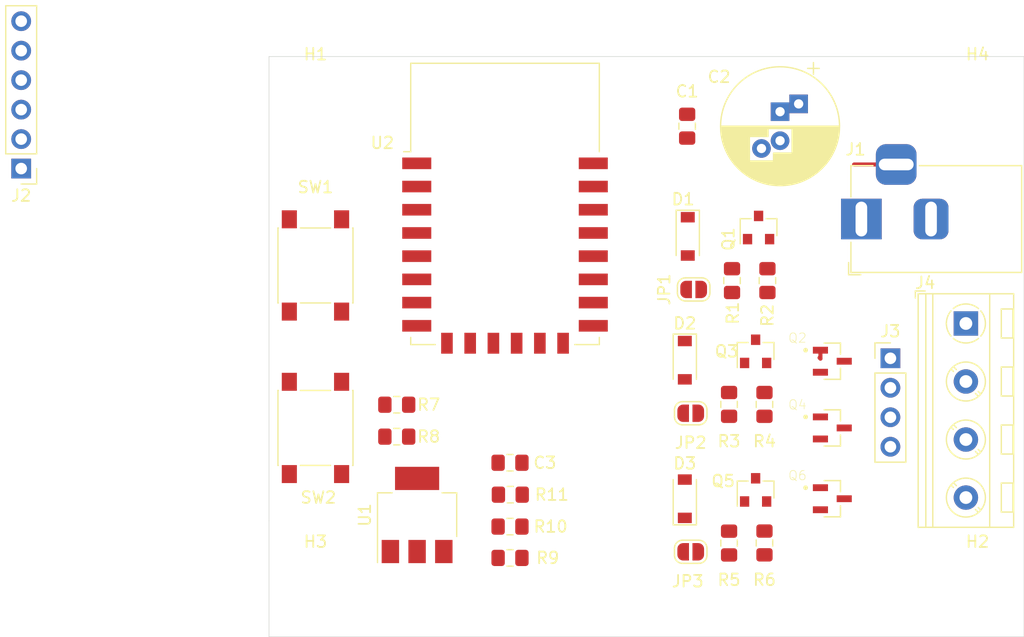
<source format=kicad_pcb>
(kicad_pcb (version 20171130) (host pcbnew 5.1.4+dfsg1-1)

  (general
    (thickness 1.6)
    (drawings 5)
    (tracks 3)
    (zones 0)
    (modules 38)
    (nets 38)
  )

  (page A4)
  (layers
    (0 F.Cu signal)
    (31 B.Cu signal)
    (32 B.Adhes user)
    (33 F.Adhes user)
    (34 B.Paste user)
    (35 F.Paste user)
    (36 B.SilkS user)
    (37 F.SilkS user)
    (38 B.Mask user)
    (39 F.Mask user)
    (40 Dwgs.User user)
    (41 Cmts.User user)
    (42 Eco1.User user)
    (43 Eco2.User user)
    (44 Edge.Cuts user)
    (45 Margin user)
    (46 B.CrtYd user)
    (47 F.CrtYd user)
    (48 B.Fab user)
    (49 F.Fab user hide)
  )

  (setup
    (last_trace_width 0.35)
    (user_trace_width 0.35)
    (trace_clearance 0.2)
    (zone_clearance 0.508)
    (zone_45_only no)
    (trace_min 0.2)
    (via_size 0.8)
    (via_drill 0.4)
    (via_min_size 0.4)
    (via_min_drill 0.3)
    (uvia_size 0.3)
    (uvia_drill 0.1)
    (uvias_allowed no)
    (uvia_min_size 0.2)
    (uvia_min_drill 0.1)
    (edge_width 0.05)
    (segment_width 0.2)
    (pcb_text_width 0.3)
    (pcb_text_size 1.5 1.5)
    (mod_edge_width 0.12)
    (mod_text_size 1 1)
    (mod_text_width 0.15)
    (pad_size 1.524 1.524)
    (pad_drill 0.762)
    (pad_to_mask_clearance 0.051)
    (solder_mask_min_width 0.25)
    (aux_axis_origin 0 0)
    (visible_elements FEFFF77F)
    (pcbplotparams
      (layerselection 0x010fc_ffffffff)
      (usegerberextensions false)
      (usegerberattributes false)
      (usegerberadvancedattributes false)
      (creategerberjobfile false)
      (excludeedgelayer true)
      (linewidth 0.100000)
      (plotframeref false)
      (viasonmask false)
      (mode 1)
      (useauxorigin false)
      (hpglpennumber 1)
      (hpglpenspeed 20)
      (hpglpendiameter 15.000000)
      (psnegative false)
      (psa4output false)
      (plotreference true)
      (plotvalue true)
      (plotinvisibletext false)
      (padsonsilk false)
      (subtractmaskfromsilk false)
      (outputformat 1)
      (mirror false)
      (drillshape 1)
      (scaleselection 1)
      (outputdirectory ""))
  )

  (net 0 "")
  (net 1 GND)
  (net 2 +12V)
  (net 3 +3V3)
  (net 4 "Net-(D1-Pad2)")
  (net 5 "Net-(D1-Pad1)")
  (net 6 "Net-(D2-Pad2)")
  (net 7 "Net-(D2-Pad1)")
  (net 8 "Net-(D3-Pad2)")
  (net 9 "Net-(D3-Pad1)")
  (net 10 /FL_DTR)
  (net 11 /FL_TX)
  (net 12 /FL_RX)
  (net 13 /FL_RST)
  (net 14 /DRAIN_BLUE)
  (net 15 /DRAIN_GREEN)
  (net 16 /DRAIN_RED)
  (net 17 /SIG_RED)
  (net 18 /SIG_GREEN)
  (net 19 /SIG_BLUE)
  (net 20 "Net-(R7-Pad1)")
  (net 21 "Net-(R8-Pad1)")
  (net 22 "Net-(R10-Pad1)")
  (net 23 "Net-(R11-Pad2)")
  (net 24 /BTN_RST)
  (net 25 /BTN_WPS)
  (net 26 "Net-(U2-Pad19)")
  (net 27 "Net-(U2-Pad14)")
  (net 28 "Net-(U2-Pad13)")
  (net 29 "Net-(U2-Pad12)")
  (net 30 "Net-(U2-Pad11)")
  (net 31 "Net-(U2-Pad10)")
  (net 32 "Net-(U2-Pad9)")
  (net 33 "Net-(U2-Pad7)")
  (net 34 "Net-(U2-Pad6)")
  (net 35 "Net-(U2-Pad5)")
  (net 36 "Net-(U2-Pad4)")
  (net 37 "Net-(U2-Pad2)")

  (net_class Default "This is the default net class."
    (clearance 0.2)
    (trace_width 0.25)
    (via_dia 0.8)
    (via_drill 0.4)
    (uvia_dia 0.3)
    (uvia_drill 0.1)
    (add_net +12V)
    (add_net +3V3)
    (add_net /BTN_RST)
    (add_net /BTN_WPS)
    (add_net /DRAIN_BLUE)
    (add_net /DRAIN_GREEN)
    (add_net /DRAIN_RED)
    (add_net /FL_DTR)
    (add_net /FL_RST)
    (add_net /FL_RX)
    (add_net /FL_TX)
    (add_net /SIG_BLUE)
    (add_net /SIG_GREEN)
    (add_net /SIG_RED)
    (add_net GND)
    (add_net "Net-(D1-Pad1)")
    (add_net "Net-(D1-Pad2)")
    (add_net "Net-(D2-Pad1)")
    (add_net "Net-(D2-Pad2)")
    (add_net "Net-(D3-Pad1)")
    (add_net "Net-(D3-Pad2)")
    (add_net "Net-(R10-Pad1)")
    (add_net "Net-(R11-Pad2)")
    (add_net "Net-(R7-Pad1)")
    (add_net "Net-(R8-Pad1)")
    (add_net "Net-(U2-Pad10)")
    (add_net "Net-(U2-Pad11)")
    (add_net "Net-(U2-Pad12)")
    (add_net "Net-(U2-Pad13)")
    (add_net "Net-(U2-Pad14)")
    (add_net "Net-(U2-Pad19)")
    (add_net "Net-(U2-Pad2)")
    (add_net "Net-(U2-Pad4)")
    (add_net "Net-(U2-Pad5)")
    (add_net "Net-(U2-Pad6)")
    (add_net "Net-(U2-Pad7)")
    (add_net "Net-(U2-Pad9)")
  )

  (module IRLML0030TRPBF-1:SOT95P237X112-3N (layer F.Cu) (tedit 0) (tstamp 5DEC05D2)
    (at 48.5 26.25)
    (path /5DEF01EF)
    (attr smd)
    (fp_text reference Q2 (at -3 -2) (layer F.SilkS)
      (effects (font (size 0.8 0.8) (thickness 0.05)))
    )
    (fp_text value IRLML0030TRPBF-1 (at -0.16 3.092) (layer F.SilkS) hide
      (effects (font (size 0.8 0.8) (thickness 0.05)))
    )
    (fp_circle (center -2.3 -0.95) (end -2.2 -0.95) (layer Eco2.User) (width 0.2))
    (fp_circle (center -2.3 -0.95) (end -2.2 -0.95) (layer F.SilkS) (width 0.2))
    (fp_line (start -0.95 1.77) (end 0.95 1.77) (layer Eco1.User) (width 0.05))
    (fp_line (start -0.95 -1.77) (end 0.95 -1.77) (layer Eco1.User) (width 0.05))
    (fp_line (start -0.95 1.5) (end -0.95 1.77) (layer Eco1.User) (width 0.05))
    (fp_line (start -1.93 1.5) (end -0.95 1.5) (layer Eco1.User) (width 0.05))
    (fp_line (start -1.93 -1.5) (end -1.93 1.5) (layer Eco1.User) (width 0.05))
    (fp_line (start -0.95 -1.5) (end -1.93 -1.5) (layer Eco1.User) (width 0.05))
    (fp_line (start -0.95 -1.77) (end -0.95 -1.5) (layer Eco1.User) (width 0.05))
    (fp_line (start 0.95 0.55) (end 0.95 1.77) (layer Eco1.User) (width 0.05))
    (fp_line (start 1.93 0.55) (end 0.95 0.55) (layer Eco1.User) (width 0.05))
    (fp_line (start 1.93 -0.55) (end 1.93 0.55) (layer Eco1.User) (width 0.05))
    (fp_line (start 0.95 -0.55) (end 1.93 -0.55) (layer Eco1.User) (width 0.05))
    (fp_line (start 0.95 -1.77) (end 0.95 -0.55) (layer Eco1.User) (width 0.05))
    (fp_line (start 0.7 1.56) (end -0.7 1.56) (layer F.SilkS) (width 0.127))
    (fp_line (start 0.7 0.61) (end 0.7 1.56) (layer F.SilkS) (width 0.127))
    (fp_line (start 0.7 -1.56) (end -0.7 -1.56) (layer F.SilkS) (width 0.127))
    (fp_line (start 0.7 -0.61) (end 0.7 -1.56) (layer F.SilkS) (width 0.127))
    (fp_line (start -0.7 1.52) (end -0.7 -1.52) (layer Eco2.User) (width 0.127))
    (fp_line (start 0.7 1.52) (end -0.7 1.52) (layer Eco2.User) (width 0.127))
    (fp_line (start 0.7 -1.52) (end 0.7 1.52) (layer Eco2.User) (width 0.127))
    (fp_line (start -0.7 -1.52) (end 0.7 -1.52) (layer Eco2.User) (width 0.127))
    (pad 3 smd rect (at 1.025 0) (size 1.3 0.59) (layers F.Cu F.Paste F.Mask)
      (net 16 /DRAIN_RED))
    (pad 2 smd rect (at -1.025 0.95) (size 1.3 0.59) (layers F.Cu F.Paste F.Mask)
      (net 1 GND))
    (pad 1 smd rect (at -1.025 -0.95) (size 1.3 0.59) (layers F.Cu F.Paste F.Mask)
      (net 4 "Net-(D1-Pad2)"))
  )

  (module Jumper:SolderJumper-2_P1.3mm_Open_RoundedPad1.0x1.5mm (layer F.Cu) (tedit 5B391E66) (tstamp 5DEC0CDE)
    (at 36.308 42.672 180)
    (descr "SMD Solder Jumper, 1x1.5mm, rounded Pads, 0.3mm gap, open")
    (tags "solder jumper open")
    (path /5DFAA680)
    (attr virtual)
    (fp_text reference JP3 (at 0.254 -2.54 180) (layer F.SilkS)
      (effects (font (size 1 1) (thickness 0.15)))
    )
    (fp_text value Blue (at 0 1.9) (layer F.Fab)
      (effects (font (size 1 1) (thickness 0.15)))
    )
    (fp_line (start 1.65 1.25) (end -1.65 1.25) (layer F.CrtYd) (width 0.05))
    (fp_line (start 1.65 1.25) (end 1.65 -1.25) (layer F.CrtYd) (width 0.05))
    (fp_line (start -1.65 -1.25) (end -1.65 1.25) (layer F.CrtYd) (width 0.05))
    (fp_line (start -1.65 -1.25) (end 1.65 -1.25) (layer F.CrtYd) (width 0.05))
    (fp_line (start -0.7 -1) (end 0.7 -1) (layer F.SilkS) (width 0.12))
    (fp_line (start 1.4 -0.3) (end 1.4 0.3) (layer F.SilkS) (width 0.12))
    (fp_line (start 0.7 1) (end -0.7 1) (layer F.SilkS) (width 0.12))
    (fp_line (start -1.4 0.3) (end -1.4 -0.3) (layer F.SilkS) (width 0.12))
    (fp_arc (start -0.7 -0.3) (end -0.7 -1) (angle -90) (layer F.SilkS) (width 0.12))
    (fp_arc (start -0.7 0.3) (end -1.4 0.3) (angle -90) (layer F.SilkS) (width 0.12))
    (fp_arc (start 0.7 0.3) (end 0.7 1) (angle -90) (layer F.SilkS) (width 0.12))
    (fp_arc (start 0.7 -0.3) (end 1.4 -0.3) (angle -90) (layer F.SilkS) (width 0.12))
    (pad 2 smd custom (at 0.65 0 180) (size 1 0.5) (layers F.Cu F.Mask)
      (net 8 "Net-(D3-Pad2)") (zone_connect 2)
      (options (clearance outline) (anchor rect))
      (primitives
        (gr_circle (center 0 0.25) (end 0.5 0.25) (width 0))
        (gr_circle (center 0 -0.25) (end 0.5 -0.25) (width 0))
        (gr_poly (pts
           (xy 0 -0.75) (xy -0.5 -0.75) (xy -0.5 0.75) (xy 0 0.75)) (width 0))
      ))
    (pad 1 smd custom (at -0.65 0 180) (size 1 0.5) (layers F.Cu F.Mask)
      (net 19 /SIG_BLUE) (zone_connect 2)
      (options (clearance outline) (anchor rect))
      (primitives
        (gr_circle (center 0 0.25) (end 0.5 0.25) (width 0))
        (gr_circle (center 0 -0.25) (end 0.5 -0.25) (width 0))
        (gr_poly (pts
           (xy 0 -0.75) (xy 0.5 -0.75) (xy 0.5 0.75) (xy 0 0.75)) (width 0))
      ))
  )

  (module Jumper:SolderJumper-2_P1.3mm_Open_RoundedPad1.0x1.5mm (layer F.Cu) (tedit 5B391E66) (tstamp 5DEC0D41)
    (at 36.308 30.734)
    (descr "SMD Solder Jumper, 1x1.5mm, rounded Pads, 0.3mm gap, open")
    (tags "solder jumper open")
    (path /5DFA0EDD)
    (attr virtual)
    (fp_text reference JP2 (at 0 2.54) (layer F.SilkS)
      (effects (font (size 1 1) (thickness 0.15)))
    )
    (fp_text value Green (at 0 1.9) (layer F.Fab)
      (effects (font (size 1 1) (thickness 0.15)))
    )
    (fp_line (start 1.65 1.25) (end -1.65 1.25) (layer F.CrtYd) (width 0.05))
    (fp_line (start 1.65 1.25) (end 1.65 -1.25) (layer F.CrtYd) (width 0.05))
    (fp_line (start -1.65 -1.25) (end -1.65 1.25) (layer F.CrtYd) (width 0.05))
    (fp_line (start -1.65 -1.25) (end 1.65 -1.25) (layer F.CrtYd) (width 0.05))
    (fp_line (start -0.7 -1) (end 0.7 -1) (layer F.SilkS) (width 0.12))
    (fp_line (start 1.4 -0.3) (end 1.4 0.3) (layer F.SilkS) (width 0.12))
    (fp_line (start 0.7 1) (end -0.7 1) (layer F.SilkS) (width 0.12))
    (fp_line (start -1.4 0.3) (end -1.4 -0.3) (layer F.SilkS) (width 0.12))
    (fp_arc (start -0.7 -0.3) (end -0.7 -1) (angle -90) (layer F.SilkS) (width 0.12))
    (fp_arc (start -0.7 0.3) (end -1.4 0.3) (angle -90) (layer F.SilkS) (width 0.12))
    (fp_arc (start 0.7 0.3) (end 0.7 1) (angle -90) (layer F.SilkS) (width 0.12))
    (fp_arc (start 0.7 -0.3) (end 1.4 -0.3) (angle -90) (layer F.SilkS) (width 0.12))
    (pad 2 smd custom (at 0.65 0) (size 1 0.5) (layers F.Cu F.Mask)
      (net 6 "Net-(D2-Pad2)") (zone_connect 2)
      (options (clearance outline) (anchor rect))
      (primitives
        (gr_circle (center 0 0.25) (end 0.5 0.25) (width 0))
        (gr_circle (center 0 -0.25) (end 0.5 -0.25) (width 0))
        (gr_poly (pts
           (xy 0 -0.75) (xy -0.5 -0.75) (xy -0.5 0.75) (xy 0 0.75)) (width 0))
      ))
    (pad 1 smd custom (at -0.65 0) (size 1 0.5) (layers F.Cu F.Mask)
      (net 18 /SIG_GREEN) (zone_connect 2)
      (options (clearance outline) (anchor rect))
      (primitives
        (gr_circle (center 0 0.25) (end 0.5 0.25) (width 0))
        (gr_circle (center 0 -0.25) (end 0.5 -0.25) (width 0))
        (gr_poly (pts
           (xy 0 -0.75) (xy 0.5 -0.75) (xy 0.5 0.75) (xy 0 0.75)) (width 0))
      ))
  )

  (module Jumper:SolderJumper-2_P1.3mm_Open_RoundedPad1.0x1.5mm (layer F.Cu) (tedit 5B391E66) (tstamp 5DEC0D74)
    (at 36.562 20.066)
    (descr "SMD Solder Jumper, 1x1.5mm, rounded Pads, 0.3mm gap, open")
    (tags "solder jumper open")
    (path /5DF95CB7)
    (attr virtual)
    (fp_text reference JP1 (at -2.54 0 270) (layer F.SilkS)
      (effects (font (size 1 1) (thickness 0.15)))
    )
    (fp_text value Red (at 0 1.9) (layer F.Fab)
      (effects (font (size 1 1) (thickness 0.15)))
    )
    (fp_line (start 1.65 1.25) (end -1.65 1.25) (layer F.CrtYd) (width 0.05))
    (fp_line (start 1.65 1.25) (end 1.65 -1.25) (layer F.CrtYd) (width 0.05))
    (fp_line (start -1.65 -1.25) (end -1.65 1.25) (layer F.CrtYd) (width 0.05))
    (fp_line (start -1.65 -1.25) (end 1.65 -1.25) (layer F.CrtYd) (width 0.05))
    (fp_line (start -0.7 -1) (end 0.7 -1) (layer F.SilkS) (width 0.12))
    (fp_line (start 1.4 -0.3) (end 1.4 0.3) (layer F.SilkS) (width 0.12))
    (fp_line (start 0.7 1) (end -0.7 1) (layer F.SilkS) (width 0.12))
    (fp_line (start -1.4 0.3) (end -1.4 -0.3) (layer F.SilkS) (width 0.12))
    (fp_arc (start -0.7 -0.3) (end -0.7 -1) (angle -90) (layer F.SilkS) (width 0.12))
    (fp_arc (start -0.7 0.3) (end -1.4 0.3) (angle -90) (layer F.SilkS) (width 0.12))
    (fp_arc (start 0.7 0.3) (end 0.7 1) (angle -90) (layer F.SilkS) (width 0.12))
    (fp_arc (start 0.7 -0.3) (end 1.4 -0.3) (angle -90) (layer F.SilkS) (width 0.12))
    (pad 2 smd custom (at 0.65 0) (size 1 0.5) (layers F.Cu F.Mask)
      (net 4 "Net-(D1-Pad2)") (zone_connect 2)
      (options (clearance outline) (anchor rect))
      (primitives
        (gr_circle (center 0 0.25) (end 0.5 0.25) (width 0))
        (gr_circle (center 0 -0.25) (end 0.5 -0.25) (width 0))
        (gr_poly (pts
           (xy 0 -0.75) (xy -0.5 -0.75) (xy -0.5 0.75) (xy 0 0.75)) (width 0))
      ))
    (pad 1 smd custom (at -0.65 0) (size 1 0.5) (layers F.Cu F.Mask)
      (net 17 /SIG_RED) (zone_connect 2)
      (options (clearance outline) (anchor rect))
      (primitives
        (gr_circle (center 0 0.25) (end 0.5 0.25) (width 0))
        (gr_circle (center 0 -0.25) (end 0.5 -0.25) (width 0))
        (gr_poly (pts
           (xy 0 -0.75) (xy 0.5 -0.75) (xy 0.5 0.75) (xy 0 0.75)) (width 0))
      ))
  )

  (module MountingHole:MountingHole_3.2mm_M3 (layer F.Cu) (tedit 56D1B4CB) (tstamp 5DEC0D9D)
    (at 61 4)
    (descr "Mounting Hole 3.2mm, no annular, M3")
    (tags "mounting hole 3.2mm no annular m3")
    (path /5DF81992)
    (attr virtual)
    (fp_text reference H4 (at 0 -4.2) (layer F.SilkS)
      (effects (font (size 1 1) (thickness 0.15)))
    )
    (fp_text value MountingHole (at 0 4.2) (layer F.Fab) hide
      (effects (font (size 1 1) (thickness 0.15)))
    )
    (fp_circle (center 0 0) (end 3.45 0) (layer F.CrtYd) (width 0.05))
    (fp_circle (center 0 0) (end 3.2 0) (layer Cmts.User) (width 0.15))
    (fp_text user %R (at 0.3 0) (layer F.Fab)
      (effects (font (size 1 1) (thickness 0.15)))
    )
    (pad 1 np_thru_hole circle (at 0 0) (size 3.2 3.2) (drill 3.2) (layers *.Cu *.Mask))
  )

  (module MountingHole:MountingHole_3.2mm_M3 (layer F.Cu) (tedit 56D1B4CB) (tstamp 5DEC31F6)
    (at 4 46)
    (descr "Mounting Hole 3.2mm, no annular, M3")
    (tags "mounting hole 3.2mm no annular m3")
    (path /5DF8198C)
    (attr virtual)
    (fp_text reference H3 (at 0 -4.2) (layer F.SilkS)
      (effects (font (size 1 1) (thickness 0.15)))
    )
    (fp_text value MountingHole (at 0 4.2) (layer F.Fab)
      (effects (font (size 1 1) (thickness 0.15)))
    )
    (fp_circle (center 0 0) (end 3.45 0) (layer F.CrtYd) (width 0.05))
    (fp_circle (center 0 0) (end 3.2 0) (layer Cmts.User) (width 0.15))
    (fp_text user %R (at 0.3 0) (layer F.Fab)
      (effects (font (size 1 1) (thickness 0.15)))
    )
    (pad 1 np_thru_hole circle (at 0 0) (size 3.2 3.2) (drill 3.2) (layers *.Cu *.Mask))
  )

  (module MountingHole:MountingHole_3.2mm_M3 (layer F.Cu) (tedit 56D1B4CB) (tstamp 5DEC0DB2)
    (at 61 46)
    (descr "Mounting Hole 3.2mm, no annular, M3")
    (tags "mounting hole 3.2mm no annular m3")
    (path /5DF8001D)
    (attr virtual)
    (fp_text reference H2 (at 0 -4.2) (layer F.SilkS)
      (effects (font (size 1 1) (thickness 0.15)))
    )
    (fp_text value MountingHole (at 0 4.2) (layer F.Fab) hide
      (effects (font (size 1 1) (thickness 0.15)))
    )
    (fp_circle (center 0 0) (end 3.45 0) (layer F.CrtYd) (width 0.05))
    (fp_circle (center 0 0) (end 3.2 0) (layer Cmts.User) (width 0.15))
    (fp_text user %R (at 0.3 0) (layer F.Fab)
      (effects (font (size 1 1) (thickness 0.15)))
    )
    (pad 1 np_thru_hole circle (at 0 0) (size 3.2 3.2) (drill 3.2) (layers *.Cu *.Mask))
  )

  (module MountingHole:MountingHole_3.2mm_M3 (layer F.Cu) (tedit 56D1B4CB) (tstamp 5DEC31E6)
    (at 4 4)
    (descr "Mounting Hole 3.2mm, no annular, M3")
    (tags "mounting hole 3.2mm no annular m3")
    (path /5DF7A979)
    (attr virtual)
    (fp_text reference H1 (at 0 -4.2) (layer F.SilkS)
      (effects (font (size 1 1) (thickness 0.15)))
    )
    (fp_text value MountingHole (at 0 4.2) (layer F.Fab)
      (effects (font (size 1 1) (thickness 0.15)))
    )
    (fp_circle (center 0 0) (end 3.45 0) (layer F.CrtYd) (width 0.05))
    (fp_circle (center 0 0) (end 3.2 0) (layer Cmts.User) (width 0.15))
    (fp_text user %R (at 0.3 0) (layer F.Fab)
      (effects (font (size 1 1) (thickness 0.15)))
    )
    (pad 1 np_thru_hole circle (at 0 0) (size 3.2 3.2) (drill 3.2) (layers *.Cu *.Mask))
  )

  (module RF_Module:ESP-12E (layer F.Cu) (tedit 5A030172) (tstamp 5DEC246E)
    (at 20.32 12.7)
    (descr "Wi-Fi Module, http://wiki.ai-thinker.com/_media/esp8266/docs/aithinker_esp_12f_datasheet_en.pdf")
    (tags "Wi-Fi Module")
    (path /5DF175FA)
    (attr smd)
    (fp_text reference U2 (at -10.56 -5.26) (layer F.SilkS)
      (effects (font (size 1 1) (thickness 0.15)))
    )
    (fp_text value ESP-12E (at -0.06 -12.78) (layer F.Fab)
      (effects (font (size 1 1) (thickness 0.15)))
    )
    (fp_line (start 5.56 -4.8) (end 8.12 -7.36) (layer Dwgs.User) (width 0.12))
    (fp_line (start 2.56 -4.8) (end 8.12 -10.36) (layer Dwgs.User) (width 0.12))
    (fp_line (start -0.44 -4.8) (end 6.88 -12.12) (layer Dwgs.User) (width 0.12))
    (fp_line (start -3.44 -4.8) (end 3.88 -12.12) (layer Dwgs.User) (width 0.12))
    (fp_line (start -6.44 -4.8) (end 0.88 -12.12) (layer Dwgs.User) (width 0.12))
    (fp_line (start -8.12 -6.12) (end -2.12 -12.12) (layer Dwgs.User) (width 0.12))
    (fp_line (start -8.12 -9.12) (end -5.12 -12.12) (layer Dwgs.User) (width 0.12))
    (fp_line (start -8.12 -4.8) (end -8.12 -12.12) (layer Dwgs.User) (width 0.12))
    (fp_line (start 8.12 -4.8) (end -8.12 -4.8) (layer Dwgs.User) (width 0.12))
    (fp_line (start 8.12 -12.12) (end 8.12 -4.8) (layer Dwgs.User) (width 0.12))
    (fp_line (start -8.12 -12.12) (end 8.12 -12.12) (layer Dwgs.User) (width 0.12))
    (fp_line (start -8.12 -4.5) (end -8.73 -4.5) (layer F.SilkS) (width 0.12))
    (fp_line (start -8.12 -4.5) (end -8.12 -12.12) (layer F.SilkS) (width 0.12))
    (fp_line (start -8.12 12.12) (end -8.12 11.5) (layer F.SilkS) (width 0.12))
    (fp_line (start -6 12.12) (end -8.12 12.12) (layer F.SilkS) (width 0.12))
    (fp_line (start 8.12 12.12) (end 6 12.12) (layer F.SilkS) (width 0.12))
    (fp_line (start 8.12 11.5) (end 8.12 12.12) (layer F.SilkS) (width 0.12))
    (fp_line (start 8.12 -12.12) (end 8.12 -4.5) (layer F.SilkS) (width 0.12))
    (fp_line (start -8.12 -12.12) (end 8.12 -12.12) (layer F.SilkS) (width 0.12))
    (fp_line (start -9.05 13.1) (end -9.05 -12.2) (layer F.CrtYd) (width 0.05))
    (fp_line (start 9.05 13.1) (end -9.05 13.1) (layer F.CrtYd) (width 0.05))
    (fp_line (start 9.05 -12.2) (end 9.05 13.1) (layer F.CrtYd) (width 0.05))
    (fp_line (start -9.05 -12.2) (end 9.05 -12.2) (layer F.CrtYd) (width 0.05))
    (fp_line (start -8 -4) (end -8 -12) (layer F.Fab) (width 0.12))
    (fp_line (start -7.5 -3.5) (end -8 -4) (layer F.Fab) (width 0.12))
    (fp_line (start -8 -3) (end -7.5 -3.5) (layer F.Fab) (width 0.12))
    (fp_line (start -8 12) (end -8 -3) (layer F.Fab) (width 0.12))
    (fp_line (start 8 12) (end -8 12) (layer F.Fab) (width 0.12))
    (fp_line (start 8 -12) (end 8 12) (layer F.Fab) (width 0.12))
    (fp_line (start -8 -12) (end 8 -12) (layer F.Fab) (width 0.12))
    (fp_text user %R (at 0.49 -0.8) (layer F.Fab)
      (effects (font (size 1 1) (thickness 0.15)))
    )
    (fp_text user "KEEP-OUT ZONE" (at 0.03 -9.55 180) (layer Cmts.User)
      (effects (font (size 1 1) (thickness 0.15)))
    )
    (fp_text user Antenna (at -0.06 -7 180) (layer Cmts.User)
      (effects (font (size 1 1) (thickness 0.15)))
    )
    (pad 22 smd rect (at 7.6 -3.5) (size 2.5 1) (layers F.Cu F.Paste F.Mask)
      (net 11 /FL_TX))
    (pad 21 smd rect (at 7.6 -1.5) (size 2.5 1) (layers F.Cu F.Paste F.Mask)
      (net 12 /FL_RX))
    (pad 20 smd rect (at 7.6 0.5) (size 2.5 1) (layers F.Cu F.Paste F.Mask)
      (net 25 /BTN_WPS))
    (pad 19 smd rect (at 7.6 2.5) (size 2.5 1) (layers F.Cu F.Paste F.Mask)
      (net 26 "Net-(U2-Pad19)"))
    (pad 18 smd rect (at 7.6 4.5) (size 2.5 1) (layers F.Cu F.Paste F.Mask)
      (net 10 /FL_DTR))
    (pad 17 smd rect (at 7.6 6.5) (size 2.5 1) (layers F.Cu F.Paste F.Mask)
      (net 22 "Net-(R10-Pad1)"))
    (pad 16 smd rect (at 7.6 8.5) (size 2.5 1) (layers F.Cu F.Paste F.Mask)
      (net 23 "Net-(R11-Pad2)"))
    (pad 15 smd rect (at 7.6 10.5) (size 2.5 1) (layers F.Cu F.Paste F.Mask)
      (net 1 GND))
    (pad 14 smd rect (at 5 12) (size 1 1.8) (layers F.Cu F.Paste F.Mask)
      (net 27 "Net-(U2-Pad14)"))
    (pad 13 smd rect (at 3 12) (size 1 1.8) (layers F.Cu F.Paste F.Mask)
      (net 28 "Net-(U2-Pad13)"))
    (pad 12 smd rect (at 1 12) (size 1 1.8) (layers F.Cu F.Paste F.Mask)
      (net 29 "Net-(U2-Pad12)"))
    (pad 11 smd rect (at -1 12) (size 1 1.8) (layers F.Cu F.Paste F.Mask)
      (net 30 "Net-(U2-Pad11)"))
    (pad 10 smd rect (at -3 12) (size 1 1.8) (layers F.Cu F.Paste F.Mask)
      (net 31 "Net-(U2-Pad10)"))
    (pad 9 smd rect (at -5 12) (size 1 1.8) (layers F.Cu F.Paste F.Mask)
      (net 32 "Net-(U2-Pad9)"))
    (pad 8 smd rect (at -7.6 10.5) (size 2.5 1) (layers F.Cu F.Paste F.Mask)
      (net 3 +3V3))
    (pad 7 smd rect (at -7.6 8.5) (size 2.5 1) (layers F.Cu F.Paste F.Mask)
      (net 33 "Net-(U2-Pad7)"))
    (pad 6 smd rect (at -7.6 6.5) (size 2.5 1) (layers F.Cu F.Paste F.Mask)
      (net 34 "Net-(U2-Pad6)"))
    (pad 5 smd rect (at -7.6 4.5) (size 2.5 1) (layers F.Cu F.Paste F.Mask)
      (net 35 "Net-(U2-Pad5)"))
    (pad 4 smd rect (at -7.6 2.5) (size 2.5 1) (layers F.Cu F.Paste F.Mask)
      (net 36 "Net-(U2-Pad4)"))
    (pad 3 smd rect (at -7.6 0.5) (size 2.5 1) (layers F.Cu F.Paste F.Mask)
      (net 20 "Net-(R7-Pad1)"))
    (pad 2 smd rect (at -7.6 -1.5) (size 2.5 1) (layers F.Cu F.Paste F.Mask)
      (net 37 "Net-(U2-Pad2)"))
    (pad 1 smd rect (at -7.6 -3.5) (size 2.5 1) (layers F.Cu F.Paste F.Mask)
      (net 21 "Net-(R8-Pad1)"))
    (model ${KISYS3DMOD}/RF_Module.3dshapes/ESP-12E.wrl
      (at (xyz 0 0 0))
      (scale (xyz 1 1 1))
      (rotate (xyz 0 0 0))
    )
  )

  (module Package_TO_SOT_SMD:SOT-223-3_TabPin2 (layer F.Cu) (tedit 5A02FF57) (tstamp 5DEC3F95)
    (at 12.75 39.5 90)
    (descr "module CMS SOT223 4 pins")
    (tags "CMS SOT")
    (path /5DF543C0)
    (attr smd)
    (fp_text reference U1 (at 0 -4.5 90) (layer F.SilkS)
      (effects (font (size 1 1) (thickness 0.15)))
    )
    (fp_text value AMS1117-3.3 (at 0 4.5 90) (layer F.Fab)
      (effects (font (size 1 1) (thickness 0.15)))
    )
    (fp_line (start 1.85 -3.35) (end 1.85 3.35) (layer F.Fab) (width 0.1))
    (fp_line (start -1.85 3.35) (end 1.85 3.35) (layer F.Fab) (width 0.1))
    (fp_line (start -4.1 -3.41) (end 1.91 -3.41) (layer F.SilkS) (width 0.12))
    (fp_line (start -0.85 -3.35) (end 1.85 -3.35) (layer F.Fab) (width 0.1))
    (fp_line (start -1.85 3.41) (end 1.91 3.41) (layer F.SilkS) (width 0.12))
    (fp_line (start -1.85 -2.35) (end -1.85 3.35) (layer F.Fab) (width 0.1))
    (fp_line (start -1.85 -2.35) (end -0.85 -3.35) (layer F.Fab) (width 0.1))
    (fp_line (start -4.4 -3.6) (end -4.4 3.6) (layer F.CrtYd) (width 0.05))
    (fp_line (start -4.4 3.6) (end 4.4 3.6) (layer F.CrtYd) (width 0.05))
    (fp_line (start 4.4 3.6) (end 4.4 -3.6) (layer F.CrtYd) (width 0.05))
    (fp_line (start 4.4 -3.6) (end -4.4 -3.6) (layer F.CrtYd) (width 0.05))
    (fp_line (start 1.91 -3.41) (end 1.91 -2.15) (layer F.SilkS) (width 0.12))
    (fp_line (start 1.91 3.41) (end 1.91 2.15) (layer F.SilkS) (width 0.12))
    (fp_text user %R (at 0 0) (layer F.Fab)
      (effects (font (size 0.8 0.8) (thickness 0.12)))
    )
    (pad 1 smd rect (at -3.15 -2.3 90) (size 2 1.5) (layers F.Cu F.Paste F.Mask)
      (net 1 GND))
    (pad 3 smd rect (at -3.15 2.3 90) (size 2 1.5) (layers F.Cu F.Paste F.Mask)
      (net 2 +12V))
    (pad 2 smd rect (at -3.15 0 90) (size 2 1.5) (layers F.Cu F.Paste F.Mask)
      (net 3 +3V3))
    (pad 2 smd rect (at 3.15 0 90) (size 2 3.8) (layers F.Cu F.Paste F.Mask)
      (net 3 +3V3))
    (model ${KISYS3DMOD}/Package_TO_SOT_SMD.3dshapes/SOT-223.wrl
      (at (xyz 0 0 0))
      (scale (xyz 1 1 1))
      (rotate (xyz 0 0 0))
    )
  )

  (module Button_Switch_SMD:SW_Push_1P1T_NO_6x6mm_H9.5mm (layer F.Cu) (tedit 5CA1CA7F) (tstamp 5DEC08D7)
    (at 4 32 270)
    (descr "tactile push button, 6x6mm e.g. PTS645xx series, height=9.5mm")
    (tags "tact sw push 6mm smd")
    (path /5DEDF6F7)
    (attr smd)
    (fp_text reference SW2 (at 6 -0.25) (layer F.SilkS)
      (effects (font (size 1 1) (thickness 0.15)))
    )
    (fp_text value SW_Push (at 0 4.15 90) (layer F.Fab)
      (effects (font (size 1 1) (thickness 0.15)))
    )
    (fp_circle (center 0 0) (end 1.75 -0.05) (layer F.Fab) (width 0.1))
    (fp_line (start -3.23 3.23) (end 3.23 3.23) (layer F.SilkS) (width 0.12))
    (fp_line (start -3.23 -1.3) (end -3.23 1.3) (layer F.SilkS) (width 0.12))
    (fp_line (start -3.23 -3.23) (end 3.23 -3.23) (layer F.SilkS) (width 0.12))
    (fp_line (start 3.23 -1.3) (end 3.23 1.3) (layer F.SilkS) (width 0.12))
    (fp_line (start -3.23 -3.2) (end -3.23 -3.23) (layer F.SilkS) (width 0.12))
    (fp_line (start -3.23 3.23) (end -3.23 3.2) (layer F.SilkS) (width 0.12))
    (fp_line (start 3.23 3.23) (end 3.23 3.2) (layer F.SilkS) (width 0.12))
    (fp_line (start 3.23 -3.23) (end 3.23 -3.2) (layer F.SilkS) (width 0.12))
    (fp_line (start -5 -3.25) (end 5 -3.25) (layer F.CrtYd) (width 0.05))
    (fp_line (start -5 3.25) (end 5 3.25) (layer F.CrtYd) (width 0.05))
    (fp_line (start -5 -3.25) (end -5 3.25) (layer F.CrtYd) (width 0.05))
    (fp_line (start 5 3.25) (end 5 -3.25) (layer F.CrtYd) (width 0.05))
    (fp_line (start 3 -3) (end -3 -3) (layer F.Fab) (width 0.1))
    (fp_line (start 3 3) (end 3 -3) (layer F.Fab) (width 0.1))
    (fp_line (start -3 3) (end 3 3) (layer F.Fab) (width 0.1))
    (fp_line (start -3 -3) (end -3 3) (layer F.Fab) (width 0.1))
    (fp_text user %R (at 0 -4.05 90) (layer F.Fab)
      (effects (font (size 1 1) (thickness 0.15)))
    )
    (pad 2 smd rect (at 3.975 2.25 270) (size 1.55 1.3) (layers F.Cu F.Paste F.Mask)
      (net 1 GND))
    (pad 1 smd rect (at 3.975 -2.25 270) (size 1.55 1.3) (layers F.Cu F.Paste F.Mask)
      (net 25 /BTN_WPS))
    (pad 1 smd rect (at -3.975 -2.25 270) (size 1.55 1.3) (layers F.Cu F.Paste F.Mask)
      (net 25 /BTN_WPS))
    (pad 2 smd rect (at -3.975 2.25 270) (size 1.55 1.3) (layers F.Cu F.Paste F.Mask)
      (net 1 GND))
    (model ${KISYS3DMOD}/Button_Switch_SMD.3dshapes/SW_PUSH_6mm_H9.5mm.wrl
      (at (xyz 0 0 0))
      (scale (xyz 1 1 1))
      (rotate (xyz 0 0 0))
    )
  )

  (module Button_Switch_SMD:SW_Push_1P1T_NO_6x6mm_H9.5mm (layer F.Cu) (tedit 5CA1CA7F) (tstamp 5DEC08BD)
    (at 4 18 270)
    (descr "tactile push button, 6x6mm e.g. PTS645xx series, height=9.5mm")
    (tags "tact sw push 6mm smd")
    (path /5DEDC8F3)
    (attr smd)
    (fp_text reference SW1 (at -6.75 0 180) (layer F.SilkS)
      (effects (font (size 1 1) (thickness 0.15)))
    )
    (fp_text value SW_Push (at 0 4.15 90) (layer F.Fab)
      (effects (font (size 1 1) (thickness 0.15)))
    )
    (fp_circle (center 0 0) (end 1.75 -0.05) (layer F.Fab) (width 0.1))
    (fp_line (start -3.23 3.23) (end 3.23 3.23) (layer F.SilkS) (width 0.12))
    (fp_line (start -3.23 -1.3) (end -3.23 1.3) (layer F.SilkS) (width 0.12))
    (fp_line (start -3.23 -3.23) (end 3.23 -3.23) (layer F.SilkS) (width 0.12))
    (fp_line (start 3.23 -1.3) (end 3.23 1.3) (layer F.SilkS) (width 0.12))
    (fp_line (start -3.23 -3.2) (end -3.23 -3.23) (layer F.SilkS) (width 0.12))
    (fp_line (start -3.23 3.23) (end -3.23 3.2) (layer F.SilkS) (width 0.12))
    (fp_line (start 3.23 3.23) (end 3.23 3.2) (layer F.SilkS) (width 0.12))
    (fp_line (start 3.23 -3.23) (end 3.23 -3.2) (layer F.SilkS) (width 0.12))
    (fp_line (start -5 -3.25) (end 5 -3.25) (layer F.CrtYd) (width 0.05))
    (fp_line (start -5 3.25) (end 5 3.25) (layer F.CrtYd) (width 0.05))
    (fp_line (start -5 -3.25) (end -5 3.25) (layer F.CrtYd) (width 0.05))
    (fp_line (start 5 3.25) (end 5 -3.25) (layer F.CrtYd) (width 0.05))
    (fp_line (start 3 -3) (end -3 -3) (layer F.Fab) (width 0.1))
    (fp_line (start 3 3) (end 3 -3) (layer F.Fab) (width 0.1))
    (fp_line (start -3 3) (end 3 3) (layer F.Fab) (width 0.1))
    (fp_line (start -3 -3) (end -3 3) (layer F.Fab) (width 0.1))
    (fp_text user %R (at 0 -4.05 90) (layer F.Fab)
      (effects (font (size 1 1) (thickness 0.15)))
    )
    (pad 2 smd rect (at 3.975 2.25 270) (size 1.55 1.3) (layers F.Cu F.Paste F.Mask)
      (net 1 GND))
    (pad 1 smd rect (at 3.975 -2.25 270) (size 1.55 1.3) (layers F.Cu F.Paste F.Mask)
      (net 24 /BTN_RST))
    (pad 1 smd rect (at -3.975 -2.25 270) (size 1.55 1.3) (layers F.Cu F.Paste F.Mask)
      (net 24 /BTN_RST))
    (pad 2 smd rect (at -3.975 2.25 270) (size 1.55 1.3) (layers F.Cu F.Paste F.Mask)
      (net 1 GND))
    (model ${KISYS3DMOD}/Button_Switch_SMD.3dshapes/SW_PUSH_6mm_H9.5mm.wrl
      (at (xyz 0 0 0))
      (scale (xyz 1 1 1))
      (rotate (xyz 0 0 0))
    )
  )

  (module Resistor_SMD:R_0805_2012Metric_Pad1.15x1.40mm_HandSolder (layer F.Cu) (tedit 5B36C52B) (tstamp 5DEC08A3)
    (at 20.775 37.75)
    (descr "Resistor SMD 0805 (2012 Metric), square (rectangular) end terminal, IPC_7351 nominal with elongated pad for handsoldering. (Body size source: https://docs.google.com/spreadsheets/d/1BsfQQcO9C6DZCsRaXUlFlo91Tg2WpOkGARC1WS5S8t0/edit?usp=sharing), generated with kicad-footprint-generator")
    (tags "resistor handsolder")
    (path /5DF41C87)
    (attr smd)
    (fp_text reference R11 (at 3.575 0) (layer F.SilkS)
      (effects (font (size 1 1) (thickness 0.15)))
    )
    (fp_text value 1K* (at 0 1.65) (layer F.Fab)
      (effects (font (size 1 1) (thickness 0.15)))
    )
    (fp_text user %R (at 0 0) (layer F.Fab)
      (effects (font (size 0.5 0.5) (thickness 0.08)))
    )
    (fp_line (start 1.85 0.95) (end -1.85 0.95) (layer F.CrtYd) (width 0.05))
    (fp_line (start 1.85 -0.95) (end 1.85 0.95) (layer F.CrtYd) (width 0.05))
    (fp_line (start -1.85 -0.95) (end 1.85 -0.95) (layer F.CrtYd) (width 0.05))
    (fp_line (start -1.85 0.95) (end -1.85 -0.95) (layer F.CrtYd) (width 0.05))
    (fp_line (start -0.261252 0.71) (end 0.261252 0.71) (layer F.SilkS) (width 0.12))
    (fp_line (start -0.261252 -0.71) (end 0.261252 -0.71) (layer F.SilkS) (width 0.12))
    (fp_line (start 1 0.6) (end -1 0.6) (layer F.Fab) (width 0.1))
    (fp_line (start 1 -0.6) (end 1 0.6) (layer F.Fab) (width 0.1))
    (fp_line (start -1 -0.6) (end 1 -0.6) (layer F.Fab) (width 0.1))
    (fp_line (start -1 0.6) (end -1 -0.6) (layer F.Fab) (width 0.1))
    (pad 2 smd roundrect (at 1.025 0) (size 1.15 1.4) (layers F.Cu F.Paste F.Mask) (roundrect_rratio 0.217391)
      (net 23 "Net-(R11-Pad2)"))
    (pad 1 smd roundrect (at -1.025 0) (size 1.15 1.4) (layers F.Cu F.Paste F.Mask) (roundrect_rratio 0.217391)
      (net 1 GND))
    (model ${KISYS3DMOD}/Resistor_SMD.3dshapes/R_0805_2012Metric.wrl
      (at (xyz 0 0 0))
      (scale (xyz 1 1 1))
      (rotate (xyz 0 0 0))
    )
  )

  (module Resistor_SMD:R_0805_2012Metric_Pad1.15x1.40mm_HandSolder (layer F.Cu) (tedit 5B36C52B) (tstamp 5DEC0892)
    (at 20.75 40.5 180)
    (descr "Resistor SMD 0805 (2012 Metric), square (rectangular) end terminal, IPC_7351 nominal with elongated pad for handsoldering. (Body size source: https://docs.google.com/spreadsheets/d/1BsfQQcO9C6DZCsRaXUlFlo91Tg2WpOkGARC1WS5S8t0/edit?usp=sharing), generated with kicad-footprint-generator")
    (tags "resistor handsolder")
    (path /5DF1A601)
    (attr smd)
    (fp_text reference R10 (at -3.5 0) (layer F.SilkS)
      (effects (font (size 1 1) (thickness 0.15)))
    )
    (fp_text value 1K* (at 0 1.65) (layer F.Fab)
      (effects (font (size 1 1) (thickness 0.15)))
    )
    (fp_text user %R (at 0 0) (layer F.Fab)
      (effects (font (size 0.5 0.5) (thickness 0.08)))
    )
    (fp_line (start 1.85 0.95) (end -1.85 0.95) (layer F.CrtYd) (width 0.05))
    (fp_line (start 1.85 -0.95) (end 1.85 0.95) (layer F.CrtYd) (width 0.05))
    (fp_line (start -1.85 -0.95) (end 1.85 -0.95) (layer F.CrtYd) (width 0.05))
    (fp_line (start -1.85 0.95) (end -1.85 -0.95) (layer F.CrtYd) (width 0.05))
    (fp_line (start -0.261252 0.71) (end 0.261252 0.71) (layer F.SilkS) (width 0.12))
    (fp_line (start -0.261252 -0.71) (end 0.261252 -0.71) (layer F.SilkS) (width 0.12))
    (fp_line (start 1 0.6) (end -1 0.6) (layer F.Fab) (width 0.1))
    (fp_line (start 1 -0.6) (end 1 0.6) (layer F.Fab) (width 0.1))
    (fp_line (start -1 -0.6) (end 1 -0.6) (layer F.Fab) (width 0.1))
    (fp_line (start -1 0.6) (end -1 -0.6) (layer F.Fab) (width 0.1))
    (pad 2 smd roundrect (at 1.025 0 180) (size 1.15 1.4) (layers F.Cu F.Paste F.Mask) (roundrect_rratio 0.217391)
      (net 3 +3V3))
    (pad 1 smd roundrect (at -1.025 0 180) (size 1.15 1.4) (layers F.Cu F.Paste F.Mask) (roundrect_rratio 0.217391)
      (net 22 "Net-(R10-Pad1)"))
    (model ${KISYS3DMOD}/Resistor_SMD.3dshapes/R_0805_2012Metric.wrl
      (at (xyz 0 0 0))
      (scale (xyz 1 1 1))
      (rotate (xyz 0 0 0))
    )
  )

  (module Resistor_SMD:R_0805_2012Metric_Pad1.15x1.40mm_HandSolder (layer F.Cu) (tedit 5B36C52B) (tstamp 5DEC0881)
    (at 20.75 43.2 180)
    (descr "Resistor SMD 0805 (2012 Metric), square (rectangular) end terminal, IPC_7351 nominal with elongated pad for handsoldering. (Body size source: https://docs.google.com/spreadsheets/d/1BsfQQcO9C6DZCsRaXUlFlo91Tg2WpOkGARC1WS5S8t0/edit?usp=sharing), generated with kicad-footprint-generator")
    (tags "resistor handsolder")
    (path /5DF1A434)
    (attr smd)
    (fp_text reference R9 (at -3.25 0) (layer F.SilkS)
      (effects (font (size 1 1) (thickness 0.15)))
    )
    (fp_text value 1K* (at 0 1.65) (layer F.Fab)
      (effects (font (size 1 1) (thickness 0.15)))
    )
    (fp_text user %R (at 0 0) (layer F.Fab)
      (effects (font (size 0.5 0.5) (thickness 0.08)))
    )
    (fp_line (start 1.85 0.95) (end -1.85 0.95) (layer F.CrtYd) (width 0.05))
    (fp_line (start 1.85 -0.95) (end 1.85 0.95) (layer F.CrtYd) (width 0.05))
    (fp_line (start -1.85 -0.95) (end 1.85 -0.95) (layer F.CrtYd) (width 0.05))
    (fp_line (start -1.85 0.95) (end -1.85 -0.95) (layer F.CrtYd) (width 0.05))
    (fp_line (start -0.261252 0.71) (end 0.261252 0.71) (layer F.SilkS) (width 0.12))
    (fp_line (start -0.261252 -0.71) (end 0.261252 -0.71) (layer F.SilkS) (width 0.12))
    (fp_line (start 1 0.6) (end -1 0.6) (layer F.Fab) (width 0.1))
    (fp_line (start 1 -0.6) (end 1 0.6) (layer F.Fab) (width 0.1))
    (fp_line (start -1 -0.6) (end 1 -0.6) (layer F.Fab) (width 0.1))
    (fp_line (start -1 0.6) (end -1 -0.6) (layer F.Fab) (width 0.1))
    (pad 2 smd roundrect (at 1.025 0 180) (size 1.15 1.4) (layers F.Cu F.Paste F.Mask) (roundrect_rratio 0.217391)
      (net 3 +3V3))
    (pad 1 smd roundrect (at -1.025 0 180) (size 1.15 1.4) (layers F.Cu F.Paste F.Mask) (roundrect_rratio 0.217391)
      (net 10 /FL_DTR))
    (model ${KISYS3DMOD}/Resistor_SMD.3dshapes/R_0805_2012Metric.wrl
      (at (xyz 0 0 0))
      (scale (xyz 1 1 1))
      (rotate (xyz 0 0 0))
    )
  )

  (module Resistor_SMD:R_0805_2012Metric_Pad1.15x1.40mm_HandSolder (layer F.Cu) (tedit 5B36C52B) (tstamp 5DEC0870)
    (at 11 32.75)
    (descr "Resistor SMD 0805 (2012 Metric), square (rectangular) end terminal, IPC_7351 nominal with elongated pad for handsoldering. (Body size source: https://docs.google.com/spreadsheets/d/1BsfQQcO9C6DZCsRaXUlFlo91Tg2WpOkGARC1WS5S8t0/edit?usp=sharing), generated with kicad-footprint-generator")
    (tags "resistor handsolder")
    (path /5DF196E9)
    (attr smd)
    (fp_text reference R8 (at 2.75 0) (layer F.SilkS)
      (effects (font (size 1 1) (thickness 0.15)))
    )
    (fp_text value 1K (at 0 1.65) (layer F.Fab)
      (effects (font (size 1 1) (thickness 0.15)))
    )
    (fp_text user %R (at 0 0) (layer F.Fab)
      (effects (font (size 0.5 0.5) (thickness 0.08)))
    )
    (fp_line (start 1.85 0.95) (end -1.85 0.95) (layer F.CrtYd) (width 0.05))
    (fp_line (start 1.85 -0.95) (end 1.85 0.95) (layer F.CrtYd) (width 0.05))
    (fp_line (start -1.85 -0.95) (end 1.85 -0.95) (layer F.CrtYd) (width 0.05))
    (fp_line (start -1.85 0.95) (end -1.85 -0.95) (layer F.CrtYd) (width 0.05))
    (fp_line (start -0.261252 0.71) (end 0.261252 0.71) (layer F.SilkS) (width 0.12))
    (fp_line (start -0.261252 -0.71) (end 0.261252 -0.71) (layer F.SilkS) (width 0.12))
    (fp_line (start 1 0.6) (end -1 0.6) (layer F.Fab) (width 0.1))
    (fp_line (start 1 -0.6) (end 1 0.6) (layer F.Fab) (width 0.1))
    (fp_line (start -1 -0.6) (end 1 -0.6) (layer F.Fab) (width 0.1))
    (fp_line (start -1 0.6) (end -1 -0.6) (layer F.Fab) (width 0.1))
    (pad 2 smd roundrect (at 1.025 0) (size 1.15 1.4) (layers F.Cu F.Paste F.Mask) (roundrect_rratio 0.217391)
      (net 3 +3V3))
    (pad 1 smd roundrect (at -1.025 0) (size 1.15 1.4) (layers F.Cu F.Paste F.Mask) (roundrect_rratio 0.217391)
      (net 21 "Net-(R8-Pad1)"))
    (model ${KISYS3DMOD}/Resistor_SMD.3dshapes/R_0805_2012Metric.wrl
      (at (xyz 0 0 0))
      (scale (xyz 1 1 1))
      (rotate (xyz 0 0 0))
    )
  )

  (module Resistor_SMD:R_0805_2012Metric_Pad1.15x1.40mm_HandSolder (layer F.Cu) (tedit 5B36C52B) (tstamp 5DEC085F)
    (at 11 30)
    (descr "Resistor SMD 0805 (2012 Metric), square (rectangular) end terminal, IPC_7351 nominal with elongated pad for handsoldering. (Body size source: https://docs.google.com/spreadsheets/d/1BsfQQcO9C6DZCsRaXUlFlo91Tg2WpOkGARC1WS5S8t0/edit?usp=sharing), generated with kicad-footprint-generator")
    (tags "resistor handsolder")
    (path /5DF1A1B3)
    (attr smd)
    (fp_text reference R7 (at 2.75 0) (layer F.SilkS)
      (effects (font (size 1 1) (thickness 0.15)))
    )
    (fp_text value 1K (at 0 1.65) (layer F.Fab)
      (effects (font (size 1 1) (thickness 0.15)))
    )
    (fp_text user %R (at 0 0) (layer F.Fab)
      (effects (font (size 0.5 0.5) (thickness 0.08)))
    )
    (fp_line (start 1.85 0.95) (end -1.85 0.95) (layer F.CrtYd) (width 0.05))
    (fp_line (start 1.85 -0.95) (end 1.85 0.95) (layer F.CrtYd) (width 0.05))
    (fp_line (start -1.85 -0.95) (end 1.85 -0.95) (layer F.CrtYd) (width 0.05))
    (fp_line (start -1.85 0.95) (end -1.85 -0.95) (layer F.CrtYd) (width 0.05))
    (fp_line (start -0.261252 0.71) (end 0.261252 0.71) (layer F.SilkS) (width 0.12))
    (fp_line (start -0.261252 -0.71) (end 0.261252 -0.71) (layer F.SilkS) (width 0.12))
    (fp_line (start 1 0.6) (end -1 0.6) (layer F.Fab) (width 0.1))
    (fp_line (start 1 -0.6) (end 1 0.6) (layer F.Fab) (width 0.1))
    (fp_line (start -1 -0.6) (end 1 -0.6) (layer F.Fab) (width 0.1))
    (fp_line (start -1 0.6) (end -1 -0.6) (layer F.Fab) (width 0.1))
    (pad 2 smd roundrect (at 1.025 0) (size 1.15 1.4) (layers F.Cu F.Paste F.Mask) (roundrect_rratio 0.217391)
      (net 3 +3V3))
    (pad 1 smd roundrect (at -1.025 0) (size 1.15 1.4) (layers F.Cu F.Paste F.Mask) (roundrect_rratio 0.217391)
      (net 20 "Net-(R7-Pad1)"))
    (model ${KISYS3DMOD}/Resistor_SMD.3dshapes/R_0805_2012Metric.wrl
      (at (xyz 0 0 0))
      (scale (xyz 1 1 1))
      (rotate (xyz 0 0 0))
    )
  )

  (module Resistor_SMD:R_0805_2012Metric_Pad1.15x1.40mm_HandSolder (layer F.Cu) (tedit 5B36C52B) (tstamp 5DEC0740)
    (at 42.658 41.91 270)
    (descr "Resistor SMD 0805 (2012 Metric), square (rectangular) end terminal, IPC_7351 nominal with elongated pad for handsoldering. (Body size source: https://docs.google.com/spreadsheets/d/1BsfQQcO9C6DZCsRaXUlFlo91Tg2WpOkGARC1WS5S8t0/edit?usp=sharing), generated with kicad-footprint-generator")
    (tags "resistor handsolder")
    (path /5DF053B2)
    (attr smd)
    (fp_text reference R6 (at 3.175 0 180) (layer F.SilkS)
      (effects (font (size 1 1) (thickness 0.15)))
    )
    (fp_text value 100R (at 0 1.65 90) (layer F.Fab)
      (effects (font (size 1 1) (thickness 0.15)))
    )
    (fp_text user %R (at 0 0 90) (layer F.Fab)
      (effects (font (size 0.5 0.5) (thickness 0.08)))
    )
    (fp_line (start 1.85 0.95) (end -1.85 0.95) (layer F.CrtYd) (width 0.05))
    (fp_line (start 1.85 -0.95) (end 1.85 0.95) (layer F.CrtYd) (width 0.05))
    (fp_line (start -1.85 -0.95) (end 1.85 -0.95) (layer F.CrtYd) (width 0.05))
    (fp_line (start -1.85 0.95) (end -1.85 -0.95) (layer F.CrtYd) (width 0.05))
    (fp_line (start -0.261252 0.71) (end 0.261252 0.71) (layer F.SilkS) (width 0.12))
    (fp_line (start -0.261252 -0.71) (end 0.261252 -0.71) (layer F.SilkS) (width 0.12))
    (fp_line (start 1 0.6) (end -1 0.6) (layer F.Fab) (width 0.1))
    (fp_line (start 1 -0.6) (end 1 0.6) (layer F.Fab) (width 0.1))
    (fp_line (start -1 -0.6) (end 1 -0.6) (layer F.Fab) (width 0.1))
    (fp_line (start -1 0.6) (end -1 -0.6) (layer F.Fab) (width 0.1))
    (pad 2 smd roundrect (at 1.025 0 270) (size 1.15 1.4) (layers F.Cu F.Paste F.Mask) (roundrect_rratio 0.217391)
      (net 1 GND))
    (pad 1 smd roundrect (at -1.025 0 270) (size 1.15 1.4) (layers F.Cu F.Paste F.Mask) (roundrect_rratio 0.217391)
      (net 8 "Net-(D3-Pad2)"))
    (model ${KISYS3DMOD}/Resistor_SMD.3dshapes/R_0805_2012Metric.wrl
      (at (xyz 0 0 0))
      (scale (xyz 1 1 1))
      (rotate (xyz 0 0 0))
    )
  )

  (module Resistor_SMD:R_0805_2012Metric_Pad1.15x1.40mm_HandSolder (layer F.Cu) (tedit 5B36C52B) (tstamp 5DEC0D10)
    (at 39.61 41.919 270)
    (descr "Resistor SMD 0805 (2012 Metric), square (rectangular) end terminal, IPC_7351 nominal with elongated pad for handsoldering. (Body size source: https://docs.google.com/spreadsheets/d/1BsfQQcO9C6DZCsRaXUlFlo91Tg2WpOkGARC1WS5S8t0/edit?usp=sharing), generated with kicad-footprint-generator")
    (tags "resistor handsolder")
    (path /5DF053CC)
    (attr smd)
    (fp_text reference R5 (at 3.175 0 180) (layer F.SilkS)
      (effects (font (size 1 1) (thickness 0.15)))
    )
    (fp_text value 1K (at 0 1.65 90) (layer F.Fab)
      (effects (font (size 1 1) (thickness 0.15)))
    )
    (fp_text user %R (at 0 0 90) (layer F.Fab)
      (effects (font (size 0.5 0.5) (thickness 0.08)))
    )
    (fp_line (start 1.85 0.95) (end -1.85 0.95) (layer F.CrtYd) (width 0.05))
    (fp_line (start 1.85 -0.95) (end 1.85 0.95) (layer F.CrtYd) (width 0.05))
    (fp_line (start -1.85 -0.95) (end 1.85 -0.95) (layer F.CrtYd) (width 0.05))
    (fp_line (start -1.85 0.95) (end -1.85 -0.95) (layer F.CrtYd) (width 0.05))
    (fp_line (start -0.261252 0.71) (end 0.261252 0.71) (layer F.SilkS) (width 0.12))
    (fp_line (start -0.261252 -0.71) (end 0.261252 -0.71) (layer F.SilkS) (width 0.12))
    (fp_line (start 1 0.6) (end -1 0.6) (layer F.Fab) (width 0.1))
    (fp_line (start 1 -0.6) (end 1 0.6) (layer F.Fab) (width 0.1))
    (fp_line (start -1 -0.6) (end 1 -0.6) (layer F.Fab) (width 0.1))
    (fp_line (start -1 0.6) (end -1 -0.6) (layer F.Fab) (width 0.1))
    (pad 2 smd roundrect (at 1.025 0 270) (size 1.15 1.4) (layers F.Cu F.Paste F.Mask) (roundrect_rratio 0.217391)
      (net 19 /SIG_BLUE))
    (pad 1 smd roundrect (at -1.025 0 270) (size 1.15 1.4) (layers F.Cu F.Paste F.Mask) (roundrect_rratio 0.217391)
      (net 9 "Net-(D3-Pad1)"))
    (model ${KISYS3DMOD}/Resistor_SMD.3dshapes/R_0805_2012Metric.wrl
      (at (xyz 0 0 0))
      (scale (xyz 1 1 1))
      (rotate (xyz 0 0 0))
    )
  )

  (module Resistor_SMD:R_0805_2012Metric_Pad1.15x1.40mm_HandSolder (layer F.Cu) (tedit 5B36C52B) (tstamp 5DEC08B7)
    (at 42.658 29.972 270)
    (descr "Resistor SMD 0805 (2012 Metric), square (rectangular) end terminal, IPC_7351 nominal with elongated pad for handsoldering. (Body size source: https://docs.google.com/spreadsheets/d/1BsfQQcO9C6DZCsRaXUlFlo91Tg2WpOkGARC1WS5S8t0/edit?usp=sharing), generated with kicad-footprint-generator")
    (tags "resistor handsolder")
    (path /5DF0154F)
    (attr smd)
    (fp_text reference R4 (at 3.175 0 180) (layer F.SilkS)
      (effects (font (size 1 1) (thickness 0.15)))
    )
    (fp_text value 100R (at 0 1.65 90) (layer F.Fab)
      (effects (font (size 1 1) (thickness 0.15)))
    )
    (fp_text user %R (at 0 0 90) (layer F.Fab)
      (effects (font (size 0.5 0.5) (thickness 0.08)))
    )
    (fp_line (start 1.85 0.95) (end -1.85 0.95) (layer F.CrtYd) (width 0.05))
    (fp_line (start 1.85 -0.95) (end 1.85 0.95) (layer F.CrtYd) (width 0.05))
    (fp_line (start -1.85 -0.95) (end 1.85 -0.95) (layer F.CrtYd) (width 0.05))
    (fp_line (start -1.85 0.95) (end -1.85 -0.95) (layer F.CrtYd) (width 0.05))
    (fp_line (start -0.261252 0.71) (end 0.261252 0.71) (layer F.SilkS) (width 0.12))
    (fp_line (start -0.261252 -0.71) (end 0.261252 -0.71) (layer F.SilkS) (width 0.12))
    (fp_line (start 1 0.6) (end -1 0.6) (layer F.Fab) (width 0.1))
    (fp_line (start 1 -0.6) (end 1 0.6) (layer F.Fab) (width 0.1))
    (fp_line (start -1 -0.6) (end 1 -0.6) (layer F.Fab) (width 0.1))
    (fp_line (start -1 0.6) (end -1 -0.6) (layer F.Fab) (width 0.1))
    (pad 2 smd roundrect (at 1.025 0 270) (size 1.15 1.4) (layers F.Cu F.Paste F.Mask) (roundrect_rratio 0.217391)
      (net 1 GND))
    (pad 1 smd roundrect (at -1.025 0 270) (size 1.15 1.4) (layers F.Cu F.Paste F.Mask) (roundrect_rratio 0.217391)
      (net 6 "Net-(D2-Pad2)"))
    (model ${KISYS3DMOD}/Resistor_SMD.3dshapes/R_0805_2012Metric.wrl
      (at (xyz 0 0 0))
      (scale (xyz 1 1 1))
      (rotate (xyz 0 0 0))
    )
  )

  (module Resistor_SMD:R_0805_2012Metric_Pad1.15x1.40mm_HandSolder (layer F.Cu) (tedit 5B36C52B) (tstamp 5DEC0887)
    (at 39.61 29.972 270)
    (descr "Resistor SMD 0805 (2012 Metric), square (rectangular) end terminal, IPC_7351 nominal with elongated pad for handsoldering. (Body size source: https://docs.google.com/spreadsheets/d/1BsfQQcO9C6DZCsRaXUlFlo91Tg2WpOkGARC1WS5S8t0/edit?usp=sharing), generated with kicad-footprint-generator")
    (tags "resistor handsolder")
    (path /5DF01569)
    (attr smd)
    (fp_text reference R3 (at 3.175 0 180) (layer F.SilkS)
      (effects (font (size 1 1) (thickness 0.15)))
    )
    (fp_text value 1K (at 0 1.65 90) (layer F.Fab)
      (effects (font (size 1 1) (thickness 0.15)))
    )
    (fp_text user %R (at 0 0 90) (layer F.Fab)
      (effects (font (size 0.5 0.5) (thickness 0.08)))
    )
    (fp_line (start 1.85 0.95) (end -1.85 0.95) (layer F.CrtYd) (width 0.05))
    (fp_line (start 1.85 -0.95) (end 1.85 0.95) (layer F.CrtYd) (width 0.05))
    (fp_line (start -1.85 -0.95) (end 1.85 -0.95) (layer F.CrtYd) (width 0.05))
    (fp_line (start -1.85 0.95) (end -1.85 -0.95) (layer F.CrtYd) (width 0.05))
    (fp_line (start -0.261252 0.71) (end 0.261252 0.71) (layer F.SilkS) (width 0.12))
    (fp_line (start -0.261252 -0.71) (end 0.261252 -0.71) (layer F.SilkS) (width 0.12))
    (fp_line (start 1 0.6) (end -1 0.6) (layer F.Fab) (width 0.1))
    (fp_line (start 1 -0.6) (end 1 0.6) (layer F.Fab) (width 0.1))
    (fp_line (start -1 -0.6) (end 1 -0.6) (layer F.Fab) (width 0.1))
    (fp_line (start -1 0.6) (end -1 -0.6) (layer F.Fab) (width 0.1))
    (pad 2 smd roundrect (at 1.025 0 270) (size 1.15 1.4) (layers F.Cu F.Paste F.Mask) (roundrect_rratio 0.217391)
      (net 18 /SIG_GREEN))
    (pad 1 smd roundrect (at -1.025 0 270) (size 1.15 1.4) (layers F.Cu F.Paste F.Mask) (roundrect_rratio 0.217391)
      (net 7 "Net-(D2-Pad1)"))
    (model ${KISYS3DMOD}/Resistor_SMD.3dshapes/R_0805_2012Metric.wrl
      (at (xyz 0 0 0))
      (scale (xyz 1 1 1))
      (rotate (xyz 0 0 0))
    )
  )

  (module Resistor_SMD:R_0805_2012Metric_Pad1.15x1.40mm_HandSolder (layer F.Cu) (tedit 5B36C52B) (tstamp 5DEC055A)
    (at 42.912 19.304 270)
    (descr "Resistor SMD 0805 (2012 Metric), square (rectangular) end terminal, IPC_7351 nominal with elongated pad for handsoldering. (Body size source: https://docs.google.com/spreadsheets/d/1BsfQQcO9C6DZCsRaXUlFlo91Tg2WpOkGARC1WS5S8t0/edit?usp=sharing), generated with kicad-footprint-generator")
    (tags "resistor handsolder")
    (path /5DEF4CA4)
    (attr smd)
    (fp_text reference R2 (at 3 0 90) (layer F.SilkS)
      (effects (font (size 1 1) (thickness 0.15)))
    )
    (fp_text value 100R (at 0 1.65 90) (layer F.Fab)
      (effects (font (size 1 1) (thickness 0.15)))
    )
    (fp_text user %R (at 0 0 90) (layer F.Fab)
      (effects (font (size 0.5 0.5) (thickness 0.08)))
    )
    (fp_line (start 1.85 0.95) (end -1.85 0.95) (layer F.CrtYd) (width 0.05))
    (fp_line (start 1.85 -0.95) (end 1.85 0.95) (layer F.CrtYd) (width 0.05))
    (fp_line (start -1.85 -0.95) (end 1.85 -0.95) (layer F.CrtYd) (width 0.05))
    (fp_line (start -1.85 0.95) (end -1.85 -0.95) (layer F.CrtYd) (width 0.05))
    (fp_line (start -0.261252 0.71) (end 0.261252 0.71) (layer F.SilkS) (width 0.12))
    (fp_line (start -0.261252 -0.71) (end 0.261252 -0.71) (layer F.SilkS) (width 0.12))
    (fp_line (start 1 0.6) (end -1 0.6) (layer F.Fab) (width 0.1))
    (fp_line (start 1 -0.6) (end 1 0.6) (layer F.Fab) (width 0.1))
    (fp_line (start -1 -0.6) (end 1 -0.6) (layer F.Fab) (width 0.1))
    (fp_line (start -1 0.6) (end -1 -0.6) (layer F.Fab) (width 0.1))
    (pad 2 smd roundrect (at 1.025 0 270) (size 1.15 1.4) (layers F.Cu F.Paste F.Mask) (roundrect_rratio 0.217391)
      (net 1 GND))
    (pad 1 smd roundrect (at -1.025 0 270) (size 1.15 1.4) (layers F.Cu F.Paste F.Mask) (roundrect_rratio 0.217391)
      (net 4 "Net-(D1-Pad2)"))
    (model ${KISYS3DMOD}/Resistor_SMD.3dshapes/R_0805_2012Metric.wrl
      (at (xyz 0 0 0))
      (scale (xyz 1 1 1))
      (rotate (xyz 0 0 0))
    )
  )

  (module Resistor_SMD:R_0805_2012Metric_Pad1.15x1.40mm_HandSolder (layer F.Cu) (tedit 5B36C52B) (tstamp 5DEC08E7)
    (at 39.864 19.304 270)
    (descr "Resistor SMD 0805 (2012 Metric), square (rectangular) end terminal, IPC_7351 nominal with elongated pad for handsoldering. (Body size source: https://docs.google.com/spreadsheets/d/1BsfQQcO9C6DZCsRaXUlFlo91Tg2WpOkGARC1WS5S8t0/edit?usp=sharing), generated with kicad-footprint-generator")
    (tags "resistor handsolder")
    (path /5DEFA2D9)
    (attr smd)
    (fp_text reference R1 (at 2.8 -0.068 90) (layer F.SilkS)
      (effects (font (size 1 1) (thickness 0.15)))
    )
    (fp_text value 1K (at 0 1.65 90) (layer F.Fab)
      (effects (font (size 1 1) (thickness 0.15)))
    )
    (fp_text user %R (at 0 0 90) (layer F.Fab)
      (effects (font (size 0.5 0.5) (thickness 0.08)))
    )
    (fp_line (start 1.85 0.95) (end -1.85 0.95) (layer F.CrtYd) (width 0.05))
    (fp_line (start 1.85 -0.95) (end 1.85 0.95) (layer F.CrtYd) (width 0.05))
    (fp_line (start -1.85 -0.95) (end 1.85 -0.95) (layer F.CrtYd) (width 0.05))
    (fp_line (start -1.85 0.95) (end -1.85 -0.95) (layer F.CrtYd) (width 0.05))
    (fp_line (start -0.261252 0.71) (end 0.261252 0.71) (layer F.SilkS) (width 0.12))
    (fp_line (start -0.261252 -0.71) (end 0.261252 -0.71) (layer F.SilkS) (width 0.12))
    (fp_line (start 1 0.6) (end -1 0.6) (layer F.Fab) (width 0.1))
    (fp_line (start 1 -0.6) (end 1 0.6) (layer F.Fab) (width 0.1))
    (fp_line (start -1 -0.6) (end 1 -0.6) (layer F.Fab) (width 0.1))
    (fp_line (start -1 0.6) (end -1 -0.6) (layer F.Fab) (width 0.1))
    (pad 2 smd roundrect (at 1.025 0 270) (size 1.15 1.4) (layers F.Cu F.Paste F.Mask) (roundrect_rratio 0.217391)
      (net 17 /SIG_RED))
    (pad 1 smd roundrect (at -1.025 0 270) (size 1.15 1.4) (layers F.Cu F.Paste F.Mask) (roundrect_rratio 0.217391)
      (net 5 "Net-(D1-Pad1)"))
    (model ${KISYS3DMOD}/Resistor_SMD.3dshapes/R_0805_2012Metric.wrl
      (at (xyz 0 0 0))
      (scale (xyz 1 1 1))
      (rotate (xyz 0 0 0))
    )
  )

  (module IRLML0030TRPBF-1:SOT95P237X112-3N (layer F.Cu) (tedit 0) (tstamp 5DEC0C4D)
    (at 48.5 38.1)
    (path /5DF053A1)
    (attr smd)
    (fp_text reference Q6 (at -3 -2) (layer F.SilkS)
      (effects (font (size 0.8 0.8) (thickness 0.05)))
    )
    (fp_text value IRLML0030TRPBF-1 (at -0.16 3.092) (layer F.SilkS) hide
      (effects (font (size 0.8 0.8) (thickness 0.05)))
    )
    (fp_circle (center -2.3 -0.95) (end -2.2 -0.95) (layer Eco2.User) (width 0.2))
    (fp_circle (center -2.3 -0.95) (end -2.2 -0.95) (layer F.SilkS) (width 0.2))
    (fp_line (start -0.95 1.77) (end 0.95 1.77) (layer Eco1.User) (width 0.05))
    (fp_line (start -0.95 -1.77) (end 0.95 -1.77) (layer Eco1.User) (width 0.05))
    (fp_line (start -0.95 1.5) (end -0.95 1.77) (layer Eco1.User) (width 0.05))
    (fp_line (start -1.93 1.5) (end -0.95 1.5) (layer Eco1.User) (width 0.05))
    (fp_line (start -1.93 -1.5) (end -1.93 1.5) (layer Eco1.User) (width 0.05))
    (fp_line (start -0.95 -1.5) (end -1.93 -1.5) (layer Eco1.User) (width 0.05))
    (fp_line (start -0.95 -1.77) (end -0.95 -1.5) (layer Eco1.User) (width 0.05))
    (fp_line (start 0.95 0.55) (end 0.95 1.77) (layer Eco1.User) (width 0.05))
    (fp_line (start 1.93 0.55) (end 0.95 0.55) (layer Eco1.User) (width 0.05))
    (fp_line (start 1.93 -0.55) (end 1.93 0.55) (layer Eco1.User) (width 0.05))
    (fp_line (start 0.95 -0.55) (end 1.93 -0.55) (layer Eco1.User) (width 0.05))
    (fp_line (start 0.95 -1.77) (end 0.95 -0.55) (layer Eco1.User) (width 0.05))
    (fp_line (start 0.7 1.56) (end -0.7 1.56) (layer F.SilkS) (width 0.127))
    (fp_line (start 0.7 0.61) (end 0.7 1.56) (layer F.SilkS) (width 0.127))
    (fp_line (start 0.7 -1.56) (end -0.7 -1.56) (layer F.SilkS) (width 0.127))
    (fp_line (start 0.7 -0.61) (end 0.7 -1.56) (layer F.SilkS) (width 0.127))
    (fp_line (start -0.7 1.52) (end -0.7 -1.52) (layer Eco2.User) (width 0.127))
    (fp_line (start 0.7 1.52) (end -0.7 1.52) (layer Eco2.User) (width 0.127))
    (fp_line (start 0.7 -1.52) (end 0.7 1.52) (layer Eco2.User) (width 0.127))
    (fp_line (start -0.7 -1.52) (end 0.7 -1.52) (layer Eco2.User) (width 0.127))
    (pad 3 smd rect (at 1.025 0) (size 1.3 0.59) (layers F.Cu F.Paste F.Mask)
      (net 14 /DRAIN_BLUE))
    (pad 2 smd rect (at -1.025 0.95) (size 1.3 0.59) (layers F.Cu F.Paste F.Mask)
      (net 1 GND))
    (pad 1 smd rect (at -1.025 -0.95) (size 1.3 0.59) (layers F.Cu F.Paste F.Mask)
      (net 8 "Net-(D3-Pad2)"))
  )

  (module Package_TO_SOT_SMD:SOT-23 (layer F.Cu) (tedit 5A02FF57) (tstamp 5DEC058E)
    (at 41.896 37.338 90)
    (descr "SOT-23, Standard")
    (tags SOT-23)
    (path /5DF0538F)
    (attr smd)
    (fp_text reference Q5 (at 0.762 -2.794 180) (layer F.SilkS)
      (effects (font (size 1 1) (thickness 0.15)))
    )
    (fp_text value BC807 (at 0 2.5 90) (layer F.Fab)
      (effects (font (size 1 1) (thickness 0.15)))
    )
    (fp_line (start 0.76 1.58) (end -0.7 1.58) (layer F.SilkS) (width 0.12))
    (fp_line (start 0.76 -1.58) (end -1.4 -1.58) (layer F.SilkS) (width 0.12))
    (fp_line (start -1.7 1.75) (end -1.7 -1.75) (layer F.CrtYd) (width 0.05))
    (fp_line (start 1.7 1.75) (end -1.7 1.75) (layer F.CrtYd) (width 0.05))
    (fp_line (start 1.7 -1.75) (end 1.7 1.75) (layer F.CrtYd) (width 0.05))
    (fp_line (start -1.7 -1.75) (end 1.7 -1.75) (layer F.CrtYd) (width 0.05))
    (fp_line (start 0.76 -1.58) (end 0.76 -0.65) (layer F.SilkS) (width 0.12))
    (fp_line (start 0.76 1.58) (end 0.76 0.65) (layer F.SilkS) (width 0.12))
    (fp_line (start -0.7 1.52) (end 0.7 1.52) (layer F.Fab) (width 0.1))
    (fp_line (start 0.7 -1.52) (end 0.7 1.52) (layer F.Fab) (width 0.1))
    (fp_line (start -0.7 -0.95) (end -0.15 -1.52) (layer F.Fab) (width 0.1))
    (fp_line (start -0.15 -1.52) (end 0.7 -1.52) (layer F.Fab) (width 0.1))
    (fp_line (start -0.7 -0.95) (end -0.7 1.5) (layer F.Fab) (width 0.1))
    (fp_text user %R (at 0 0) (layer F.Fab)
      (effects (font (size 0.5 0.5) (thickness 0.075)))
    )
    (pad 3 smd rect (at 1 0 90) (size 0.9 0.8) (layers F.Cu F.Paste F.Mask)
      (net 2 +12V))
    (pad 2 smd rect (at -1 0.95 90) (size 0.9 0.8) (layers F.Cu F.Paste F.Mask)
      (net 8 "Net-(D3-Pad2)"))
    (pad 1 smd rect (at -1 -0.95 90) (size 0.9 0.8) (layers F.Cu F.Paste F.Mask)
      (net 9 "Net-(D3-Pad1)"))
    (model ${KISYS3DMOD}/Package_TO_SOT_SMD.3dshapes/SOT-23.wrl
      (at (xyz 0 0 0))
      (scale (xyz 1 1 1))
      (rotate (xyz 0 0 0))
    )
  )

  (module IRLML0030TRPBF-1:SOT95P237X112-3N (layer F.Cu) (tedit 0) (tstamp 5DEC0626)
    (at 48.5 32)
    (path /5DF0153E)
    (attr smd)
    (fp_text reference Q4 (at -3 -2) (layer F.SilkS)
      (effects (font (size 0.8 0.8) (thickness 0.05)))
    )
    (fp_text value IRLML0030TRPBF-1 (at -0.16 3.092) (layer F.SilkS) hide
      (effects (font (size 0.8 0.8) (thickness 0.05)))
    )
    (fp_circle (center -2.3 -0.95) (end -2.2 -0.95) (layer Eco2.User) (width 0.2))
    (fp_circle (center -2.3 -0.95) (end -2.2 -0.95) (layer F.SilkS) (width 0.2))
    (fp_line (start -0.95 1.77) (end 0.95 1.77) (layer Eco1.User) (width 0.05))
    (fp_line (start -0.95 -1.77) (end 0.95 -1.77) (layer Eco1.User) (width 0.05))
    (fp_line (start -0.95 1.5) (end -0.95 1.77) (layer Eco1.User) (width 0.05))
    (fp_line (start -1.93 1.5) (end -0.95 1.5) (layer Eco1.User) (width 0.05))
    (fp_line (start -1.93 -1.5) (end -1.93 1.5) (layer Eco1.User) (width 0.05))
    (fp_line (start -0.95 -1.5) (end -1.93 -1.5) (layer Eco1.User) (width 0.05))
    (fp_line (start -0.95 -1.77) (end -0.95 -1.5) (layer Eco1.User) (width 0.05))
    (fp_line (start 0.95 0.55) (end 0.95 1.77) (layer Eco1.User) (width 0.05))
    (fp_line (start 1.93 0.55) (end 0.95 0.55) (layer Eco1.User) (width 0.05))
    (fp_line (start 1.93 -0.55) (end 1.93 0.55) (layer Eco1.User) (width 0.05))
    (fp_line (start 0.95 -0.55) (end 1.93 -0.55) (layer Eco1.User) (width 0.05))
    (fp_line (start 0.95 -1.77) (end 0.95 -0.55) (layer Eco1.User) (width 0.05))
    (fp_line (start 0.7 1.56) (end -0.7 1.56) (layer F.SilkS) (width 0.127))
    (fp_line (start 0.7 0.61) (end 0.7 1.56) (layer F.SilkS) (width 0.127))
    (fp_line (start 0.7 -1.56) (end -0.7 -1.56) (layer F.SilkS) (width 0.127))
    (fp_line (start 0.7 -0.61) (end 0.7 -1.56) (layer F.SilkS) (width 0.127))
    (fp_line (start -0.7 1.52) (end -0.7 -1.52) (layer Eco2.User) (width 0.127))
    (fp_line (start 0.7 1.52) (end -0.7 1.52) (layer Eco2.User) (width 0.127))
    (fp_line (start 0.7 -1.52) (end 0.7 1.52) (layer Eco2.User) (width 0.127))
    (fp_line (start -0.7 -1.52) (end 0.7 -1.52) (layer Eco2.User) (width 0.127))
    (pad 3 smd rect (at 1.025 0) (size 1.3 0.59) (layers F.Cu F.Paste F.Mask)
      (net 15 /DRAIN_GREEN))
    (pad 2 smd rect (at -1.025 0.95) (size 1.3 0.59) (layers F.Cu F.Paste F.Mask)
      (net 1 GND))
    (pad 1 smd rect (at -1.025 -0.95) (size 1.3 0.59) (layers F.Cu F.Paste F.Mask)
      (net 6 "Net-(D2-Pad2)"))
  )

  (module Package_TO_SOT_SMD:SOT-23 (layer F.Cu) (tedit 5A02FF57) (tstamp 5DEC051F)
    (at 41.896 25.4 90)
    (descr "SOT-23, Standard")
    (tags SOT-23)
    (path /5DF0152C)
    (attr smd)
    (fp_text reference Q3 (at 0 -2.5 180) (layer F.SilkS)
      (effects (font (size 1 1) (thickness 0.15)))
    )
    (fp_text value BC807 (at 0 2.5 90) (layer F.Fab)
      (effects (font (size 1 1) (thickness 0.15)))
    )
    (fp_line (start 0.76 1.58) (end -0.7 1.58) (layer F.SilkS) (width 0.12))
    (fp_line (start 0.76 -1.58) (end -1.4 -1.58) (layer F.SilkS) (width 0.12))
    (fp_line (start -1.7 1.75) (end -1.7 -1.75) (layer F.CrtYd) (width 0.05))
    (fp_line (start 1.7 1.75) (end -1.7 1.75) (layer F.CrtYd) (width 0.05))
    (fp_line (start 1.7 -1.75) (end 1.7 1.75) (layer F.CrtYd) (width 0.05))
    (fp_line (start -1.7 -1.75) (end 1.7 -1.75) (layer F.CrtYd) (width 0.05))
    (fp_line (start 0.76 -1.58) (end 0.76 -0.65) (layer F.SilkS) (width 0.12))
    (fp_line (start 0.76 1.58) (end 0.76 0.65) (layer F.SilkS) (width 0.12))
    (fp_line (start -0.7 1.52) (end 0.7 1.52) (layer F.Fab) (width 0.1))
    (fp_line (start 0.7 -1.52) (end 0.7 1.52) (layer F.Fab) (width 0.1))
    (fp_line (start -0.7 -0.95) (end -0.15 -1.52) (layer F.Fab) (width 0.1))
    (fp_line (start -0.15 -1.52) (end 0.7 -1.52) (layer F.Fab) (width 0.1))
    (fp_line (start -0.7 -0.95) (end -0.7 1.5) (layer F.Fab) (width 0.1))
    (fp_text user %R (at 0 0) (layer F.Fab)
      (effects (font (size 0.5 0.5) (thickness 0.075)))
    )
    (pad 3 smd rect (at 1 0 90) (size 0.9 0.8) (layers F.Cu F.Paste F.Mask)
      (net 2 +12V))
    (pad 2 smd rect (at -1 0.95 90) (size 0.9 0.8) (layers F.Cu F.Paste F.Mask)
      (net 6 "Net-(D2-Pad2)"))
    (pad 1 smd rect (at -1 -0.95 90) (size 0.9 0.8) (layers F.Cu F.Paste F.Mask)
      (net 7 "Net-(D2-Pad1)"))
    (model ${KISYS3DMOD}/Package_TO_SOT_SMD.3dshapes/SOT-23.wrl
      (at (xyz 0 0 0))
      (scale (xyz 1 1 1))
      (rotate (xyz 0 0 0))
    )
  )

  (module Package_TO_SOT_SMD:SOT-23 (layer F.Cu) (tedit 5A02FF57) (tstamp 5DEC0708)
    (at 42.15 14.732 90)
    (descr "SOT-23, Standard")
    (tags SOT-23)
    (path /5DEEECB2)
    (attr smd)
    (fp_text reference Q1 (at -1 -2.6 90) (layer F.SilkS)
      (effects (font (size 1 1) (thickness 0.15)))
    )
    (fp_text value BC807 (at 0 2.5 90) (layer F.Fab)
      (effects (font (size 1 1) (thickness 0.15)))
    )
    (fp_line (start 0.76 1.58) (end -0.7 1.58) (layer F.SilkS) (width 0.12))
    (fp_line (start 0.76 -1.58) (end -1.4 -1.58) (layer F.SilkS) (width 0.12))
    (fp_line (start -1.7 1.75) (end -1.7 -1.75) (layer F.CrtYd) (width 0.05))
    (fp_line (start 1.7 1.75) (end -1.7 1.75) (layer F.CrtYd) (width 0.05))
    (fp_line (start 1.7 -1.75) (end 1.7 1.75) (layer F.CrtYd) (width 0.05))
    (fp_line (start -1.7 -1.75) (end 1.7 -1.75) (layer F.CrtYd) (width 0.05))
    (fp_line (start 0.76 -1.58) (end 0.76 -0.65) (layer F.SilkS) (width 0.12))
    (fp_line (start 0.76 1.58) (end 0.76 0.65) (layer F.SilkS) (width 0.12))
    (fp_line (start -0.7 1.52) (end 0.7 1.52) (layer F.Fab) (width 0.1))
    (fp_line (start 0.7 -1.52) (end 0.7 1.52) (layer F.Fab) (width 0.1))
    (fp_line (start -0.7 -0.95) (end -0.15 -1.52) (layer F.Fab) (width 0.1))
    (fp_line (start -0.15 -1.52) (end 0.7 -1.52) (layer F.Fab) (width 0.1))
    (fp_line (start -0.7 -0.95) (end -0.7 1.5) (layer F.Fab) (width 0.1))
    (fp_text user %R (at 0 0) (layer F.Fab)
      (effects (font (size 0.5 0.5) (thickness 0.075)))
    )
    (pad 3 smd rect (at 1 0 90) (size 0.9 0.8) (layers F.Cu F.Paste F.Mask)
      (net 2 +12V))
    (pad 2 smd rect (at -1 0.95 90) (size 0.9 0.8) (layers F.Cu F.Paste F.Mask)
      (net 4 "Net-(D1-Pad2)"))
    (pad 1 smd rect (at -1 -0.95 90) (size 0.9 0.8) (layers F.Cu F.Paste F.Mask)
      (net 5 "Net-(D1-Pad1)"))
    (model ${KISYS3DMOD}/Package_TO_SOT_SMD.3dshapes/SOT-23.wrl
      (at (xyz 0 0 0))
      (scale (xyz 1 1 1))
      (rotate (xyz 0 0 0))
    )
  )

  (module TerminalBlock_RND:TerminalBlock_RND_205-00047_1x04_P5.00mm_Horizontal (layer F.Cu) (tedit 5B294EE1) (tstamp 5DEC07BD)
    (at 60 23 270)
    (descr "terminal block RND 205-00047, 4 pins, pitch 5mm, size 20x8.1mm^2, drill diamater 1.1mm, pad diameter 2.1mm, see http://cdn-reichelt.de/documents/datenblatt/C151/RND_205-00045_DB_EN.pdf, script-generated using https://github.com/pointhi/kicad-footprint-generator/scripts/TerminalBlock_RND")
    (tags "THT terminal block RND 205-00047 pitch 5mm size 20x8.1mm^2 drill 1.1mm pad 2.1mm")
    (path /5DED5704)
    (fp_text reference J4 (at -3.5 3.5 180) (layer F.SilkS)
      (effects (font (size 1 1) (thickness 0.15)))
    )
    (fp_text value Screw_Terminal_01x04 (at 7.5 5.11 90) (layer F.Fab) hide
      (effects (font (size 1 1) (thickness 0.15)))
    )
    (fp_text user %R (at 7.5 -5.11 90) (layer F.Fab) hide
      (effects (font (size 1 1) (thickness 0.15)))
    )
    (fp_line (start 18 -4.55) (end -3 -4.55) (layer F.CrtYd) (width 0.05))
    (fp_line (start 18 4.55) (end 18 -4.55) (layer F.CrtYd) (width 0.05))
    (fp_line (start -3 4.55) (end 18 4.55) (layer F.CrtYd) (width 0.05))
    (fp_line (start -3 -4.55) (end -3 4.55) (layer F.CrtYd) (width 0.05))
    (fp_line (start -2.8 4.35) (end -2.2 4.35) (layer F.SilkS) (width 0.12))
    (fp_line (start -2.8 3.51) (end -2.8 4.35) (layer F.SilkS) (width 0.12))
    (fp_line (start 16.25 -4.05) (end 16.25 -3.05) (layer F.SilkS) (width 0.12))
    (fp_line (start 13.75 -4.05) (end 13.75 -3.05) (layer F.SilkS) (width 0.12))
    (fp_line (start 13.75 -3.05) (end 16.25 -3.05) (layer F.SilkS) (width 0.12))
    (fp_line (start 13.75 -4.05) (end 16.25 -4.05) (layer F.SilkS) (width 0.12))
    (fp_line (start 16.25 -4.05) (end 13.75 -4.05) (layer F.Fab) (width 0.1))
    (fp_line (start 16.25 -3.05) (end 16.25 -4.05) (layer F.Fab) (width 0.1))
    (fp_line (start 13.75 -3.05) (end 16.25 -3.05) (layer F.Fab) (width 0.1))
    (fp_line (start 13.75 -4.05) (end 13.75 -3.05) (layer F.Fab) (width 0.1))
    (fp_line (start 13.972 0.823) (end 13.726 1.069) (layer F.SilkS) (width 0.12))
    (fp_line (start 16.07 -1.275) (end 15.859 -1.064) (layer F.SilkS) (width 0.12))
    (fp_line (start 14.13 1.075) (end 13.931 1.274) (layer F.SilkS) (width 0.12))
    (fp_line (start 16.275 -1.069) (end 16.029 -0.823) (layer F.SilkS) (width 0.12))
    (fp_line (start 15.955 -1.138) (end 13.863 0.955) (layer F.Fab) (width 0.1))
    (fp_line (start 16.138 -0.955) (end 14.046 1.138) (layer F.Fab) (width 0.1))
    (fp_line (start 11.25 -4.05) (end 11.25 -3.05) (layer F.SilkS) (width 0.12))
    (fp_line (start 8.75 -4.05) (end 8.75 -3.05) (layer F.SilkS) (width 0.12))
    (fp_line (start 8.75 -3.05) (end 11.25 -3.05) (layer F.SilkS) (width 0.12))
    (fp_line (start 8.75 -4.05) (end 11.25 -4.05) (layer F.SilkS) (width 0.12))
    (fp_line (start 11.25 -4.05) (end 8.75 -4.05) (layer F.Fab) (width 0.1))
    (fp_line (start 11.25 -3.05) (end 11.25 -4.05) (layer F.Fab) (width 0.1))
    (fp_line (start 8.75 -3.05) (end 11.25 -3.05) (layer F.Fab) (width 0.1))
    (fp_line (start 8.75 -4.05) (end 8.75 -3.05) (layer F.Fab) (width 0.1))
    (fp_line (start 8.972 0.823) (end 8.726 1.069) (layer F.SilkS) (width 0.12))
    (fp_line (start 11.07 -1.275) (end 10.859 -1.064) (layer F.SilkS) (width 0.12))
    (fp_line (start 9.13 1.075) (end 8.931 1.274) (layer F.SilkS) (width 0.12))
    (fp_line (start 11.275 -1.069) (end 11.029 -0.823) (layer F.SilkS) (width 0.12))
    (fp_line (start 10.955 -1.138) (end 8.863 0.955) (layer F.Fab) (width 0.1))
    (fp_line (start 11.138 -0.955) (end 9.046 1.138) (layer F.Fab) (width 0.1))
    (fp_line (start 6.25 -4.05) (end 6.25 -3.05) (layer F.SilkS) (width 0.12))
    (fp_line (start 3.75 -4.05) (end 3.75 -3.05) (layer F.SilkS) (width 0.12))
    (fp_line (start 3.75 -3.05) (end 6.25 -3.05) (layer F.SilkS) (width 0.12))
    (fp_line (start 3.75 -4.05) (end 6.25 -4.05) (layer F.SilkS) (width 0.12))
    (fp_line (start 6.25 -4.05) (end 3.75 -4.05) (layer F.Fab) (width 0.1))
    (fp_line (start 6.25 -3.05) (end 6.25 -4.05) (layer F.Fab) (width 0.1))
    (fp_line (start 3.75 -3.05) (end 6.25 -3.05) (layer F.Fab) (width 0.1))
    (fp_line (start 3.75 -4.05) (end 3.75 -3.05) (layer F.Fab) (width 0.1))
    (fp_line (start 3.972 0.823) (end 3.726 1.069) (layer F.SilkS) (width 0.12))
    (fp_line (start 6.07 -1.275) (end 5.859 -1.064) (layer F.SilkS) (width 0.12))
    (fp_line (start 4.13 1.075) (end 3.931 1.274) (layer F.SilkS) (width 0.12))
    (fp_line (start 6.275 -1.069) (end 6.029 -0.823) (layer F.SilkS) (width 0.12))
    (fp_line (start 5.955 -1.138) (end 3.863 0.955) (layer F.Fab) (width 0.1))
    (fp_line (start 6.138 -0.955) (end 4.046 1.138) (layer F.Fab) (width 0.1))
    (fp_line (start 1.25 -4.05) (end 1.25 -3.05) (layer F.SilkS) (width 0.12))
    (fp_line (start -1.25 -4.05) (end -1.25 -3.05) (layer F.SilkS) (width 0.12))
    (fp_line (start -1.25 -3.05) (end 1.25 -3.05) (layer F.SilkS) (width 0.12))
    (fp_line (start -1.25 -4.05) (end 1.25 -4.05) (layer F.SilkS) (width 0.12))
    (fp_line (start 1.25 -4.05) (end -1.25 -4.05) (layer F.Fab) (width 0.1))
    (fp_line (start 1.25 -3.05) (end 1.25 -4.05) (layer F.Fab) (width 0.1))
    (fp_line (start -1.25 -3.05) (end 1.25 -3.05) (layer F.Fab) (width 0.1))
    (fp_line (start -1.25 -4.05) (end -1.25 -3.05) (layer F.Fab) (width 0.1))
    (fp_line (start 0.955 -1.138) (end -1.138 0.955) (layer F.Fab) (width 0.1))
    (fp_line (start 1.138 -0.955) (end -0.955 1.138) (layer F.Fab) (width 0.1))
    (fp_line (start 17.561 -4.11) (end 17.561 4.11) (layer F.SilkS) (width 0.12))
    (fp_line (start -2.56 -4.11) (end -2.56 4.11) (layer F.SilkS) (width 0.12))
    (fp_line (start -2.56 4.11) (end 17.561 4.11) (layer F.SilkS) (width 0.12))
    (fp_line (start -2.56 -4.11) (end 17.561 -4.11) (layer F.SilkS) (width 0.12))
    (fp_line (start -2.56 -2.05) (end 17.561 -2.05) (layer F.SilkS) (width 0.12))
    (fp_line (start -2.5 -2.05) (end 17.5 -2.05) (layer F.Fab) (width 0.1))
    (fp_line (start -2.56 2.85) (end 17.561 2.85) (layer F.SilkS) (width 0.12))
    (fp_line (start -2.5 2.85) (end 17.5 2.85) (layer F.Fab) (width 0.1))
    (fp_line (start -2.56 3.45) (end 17.561 3.45) (layer F.SilkS) (width 0.12))
    (fp_line (start -2.5 3.45) (end 17.5 3.45) (layer F.Fab) (width 0.1))
    (fp_line (start -2.5 3.45) (end -2.5 -4.05) (layer F.Fab) (width 0.1))
    (fp_line (start -1.9 4.05) (end -2.5 3.45) (layer F.Fab) (width 0.1))
    (fp_line (start 17.5 4.05) (end -1.9 4.05) (layer F.Fab) (width 0.1))
    (fp_line (start 17.5 -4.05) (end 17.5 4.05) (layer F.Fab) (width 0.1))
    (fp_line (start -2.5 -4.05) (end 17.5 -4.05) (layer F.Fab) (width 0.1))
    (fp_circle (center 15 0) (end 16.68 0) (layer F.SilkS) (width 0.12))
    (fp_circle (center 15 0) (end 16.5 0) (layer F.Fab) (width 0.1))
    (fp_circle (center 10 0) (end 11.68 0) (layer F.SilkS) (width 0.12))
    (fp_circle (center 10 0) (end 11.5 0) (layer F.Fab) (width 0.1))
    (fp_circle (center 5 0) (end 6.68 0) (layer F.SilkS) (width 0.12))
    (fp_circle (center 5 0) (end 6.5 0) (layer F.Fab) (width 0.1))
    (fp_circle (center 0 0) (end 1.5 0) (layer F.Fab) (width 0.1))
    (fp_arc (start 0 0) (end -1.081 1.287) (angle -41) (layer F.SilkS) (width 0.12))
    (fp_arc (start 0 0) (end -1.287 -1.081) (angle -80) (layer F.SilkS) (width 0.12))
    (fp_arc (start 0 0) (end 1.08 -1.287) (angle -80) (layer F.SilkS) (width 0.12))
    (fp_arc (start 0 0) (end 1.287 1.08) (angle -80) (layer F.SilkS) (width 0.12))
    (fp_arc (start 0 0) (end 0 1.68) (angle -40) (layer F.SilkS) (width 0.12))
    (pad 4 thru_hole circle (at 15 0 270) (size 2.1 2.1) (drill 1.1) (layers *.Cu *.Mask)
      (net 14 /DRAIN_BLUE))
    (pad 3 thru_hole circle (at 10 0 270) (size 2.1 2.1) (drill 1.1) (layers *.Cu *.Mask)
      (net 15 /DRAIN_GREEN))
    (pad 2 thru_hole circle (at 5 0 270) (size 2.1 2.1) (drill 1.1) (layers *.Cu *.Mask)
      (net 16 /DRAIN_RED))
    (pad 1 thru_hole rect (at 0 0 270) (size 2.1 2.1) (drill 1.1) (layers *.Cu *.Mask)
      (net 2 +12V))
    (model ${KISYS3DMOD}/TerminalBlock_RND.3dshapes/TerminalBlock_RND_205-00047_1x04_P5.00mm_Horizontal.wrl
      (at (xyz 0 0 0))
      (scale (xyz 1 1 1))
      (rotate (xyz 0 0 0))
    )
  )

  (module Connector_PinHeader_2.54mm:PinHeader_1x04_P2.54mm_Vertical (layer F.Cu) (tedit 59FED5CC) (tstamp 5DEC0C9C)
    (at 53.5 26)
    (descr "Through hole straight pin header, 1x04, 2.54mm pitch, single row")
    (tags "Through hole pin header THT 1x04 2.54mm single row")
    (path /5DED68AF)
    (fp_text reference J3 (at 0 -2.33) (layer F.SilkS)
      (effects (font (size 1 1) (thickness 0.15)))
    )
    (fp_text value Conn_01x04 (at 0 9.95) (layer F.Fab) hide
      (effects (font (size 1 1) (thickness 0.15)))
    )
    (fp_text user %R (at 0 3.81 90) (layer F.Fab)
      (effects (font (size 1 1) (thickness 0.15)))
    )
    (fp_line (start 1.8 -1.8) (end -1.8 -1.8) (layer F.CrtYd) (width 0.05))
    (fp_line (start 1.8 9.4) (end 1.8 -1.8) (layer F.CrtYd) (width 0.05))
    (fp_line (start -1.8 9.4) (end 1.8 9.4) (layer F.CrtYd) (width 0.05))
    (fp_line (start -1.8 -1.8) (end -1.8 9.4) (layer F.CrtYd) (width 0.05))
    (fp_line (start -1.33 -1.33) (end 0 -1.33) (layer F.SilkS) (width 0.12))
    (fp_line (start -1.33 0) (end -1.33 -1.33) (layer F.SilkS) (width 0.12))
    (fp_line (start -1.33 1.27) (end 1.33 1.27) (layer F.SilkS) (width 0.12))
    (fp_line (start 1.33 1.27) (end 1.33 8.95) (layer F.SilkS) (width 0.12))
    (fp_line (start -1.33 1.27) (end -1.33 8.95) (layer F.SilkS) (width 0.12))
    (fp_line (start -1.33 8.95) (end 1.33 8.95) (layer F.SilkS) (width 0.12))
    (fp_line (start -1.27 -0.635) (end -0.635 -1.27) (layer F.Fab) (width 0.1))
    (fp_line (start -1.27 8.89) (end -1.27 -0.635) (layer F.Fab) (width 0.1))
    (fp_line (start 1.27 8.89) (end -1.27 8.89) (layer F.Fab) (width 0.1))
    (fp_line (start 1.27 -1.27) (end 1.27 8.89) (layer F.Fab) (width 0.1))
    (fp_line (start -0.635 -1.27) (end 1.27 -1.27) (layer F.Fab) (width 0.1))
    (pad 4 thru_hole oval (at 0 7.62) (size 1.7 1.7) (drill 1) (layers *.Cu *.Mask)
      (net 14 /DRAIN_BLUE))
    (pad 3 thru_hole oval (at 0 5.08) (size 1.7 1.7) (drill 1) (layers *.Cu *.Mask)
      (net 15 /DRAIN_GREEN))
    (pad 2 thru_hole oval (at 0 2.54) (size 1.7 1.7) (drill 1) (layers *.Cu *.Mask)
      (net 16 /DRAIN_RED))
    (pad 1 thru_hole rect (at 0 0) (size 1.7 1.7) (drill 1) (layers *.Cu *.Mask)
      (net 2 +12V))
    (model ${KISYS3DMOD}/Connector_PinHeader_2.54mm.3dshapes/PinHeader_1x04_P2.54mm_Vertical.wrl
      (at (xyz 0 0 0))
      (scale (xyz 1 1 1))
      (rotate (xyz 0 0 0))
    )
  )

  (module Connector_PinHeader_2.54mm:PinHeader_1x06_P2.54mm_Vertical (layer F.Cu) (tedit 59FED5CC) (tstamp 5DEC06DC)
    (at -21.336 9.652 180)
    (descr "Through hole straight pin header, 1x06, 2.54mm pitch, single row")
    (tags "Through hole pin header THT 1x06 2.54mm single row")
    (path /5DED9194)
    (fp_text reference J2 (at 0 -2.33) (layer F.SilkS)
      (effects (font (size 1 1) (thickness 0.15)))
    )
    (fp_text value Conn_01x06 (at 0 15.03) (layer F.Fab)
      (effects (font (size 1 1) (thickness 0.15)))
    )
    (fp_text user %R (at 0 6.35 90) (layer F.Fab)
      (effects (font (size 1 1) (thickness 0.15)))
    )
    (fp_line (start 1.8 -1.8) (end -1.8 -1.8) (layer F.CrtYd) (width 0.05))
    (fp_line (start 1.8 14.5) (end 1.8 -1.8) (layer F.CrtYd) (width 0.05))
    (fp_line (start -1.8 14.5) (end 1.8 14.5) (layer F.CrtYd) (width 0.05))
    (fp_line (start -1.8 -1.8) (end -1.8 14.5) (layer F.CrtYd) (width 0.05))
    (fp_line (start -1.33 -1.33) (end 0 -1.33) (layer F.SilkS) (width 0.12))
    (fp_line (start -1.33 0) (end -1.33 -1.33) (layer F.SilkS) (width 0.12))
    (fp_line (start -1.33 1.27) (end 1.33 1.27) (layer F.SilkS) (width 0.12))
    (fp_line (start 1.33 1.27) (end 1.33 14.03) (layer F.SilkS) (width 0.12))
    (fp_line (start -1.33 1.27) (end -1.33 14.03) (layer F.SilkS) (width 0.12))
    (fp_line (start -1.33 14.03) (end 1.33 14.03) (layer F.SilkS) (width 0.12))
    (fp_line (start -1.27 -0.635) (end -0.635 -1.27) (layer F.Fab) (width 0.1))
    (fp_line (start -1.27 13.97) (end -1.27 -0.635) (layer F.Fab) (width 0.1))
    (fp_line (start 1.27 13.97) (end -1.27 13.97) (layer F.Fab) (width 0.1))
    (fp_line (start 1.27 -1.27) (end 1.27 13.97) (layer F.Fab) (width 0.1))
    (fp_line (start -0.635 -1.27) (end 1.27 -1.27) (layer F.Fab) (width 0.1))
    (pad 6 thru_hole oval (at 0 12.7 180) (size 1.7 1.7) (drill 1) (layers *.Cu *.Mask)
      (net 1 GND))
    (pad 5 thru_hole oval (at 0 10.16 180) (size 1.7 1.7) (drill 1) (layers *.Cu *.Mask)
      (net 10 /FL_DTR))
    (pad 4 thru_hole oval (at 0 7.62 180) (size 1.7 1.7) (drill 1) (layers *.Cu *.Mask)
      (net 11 /FL_TX))
    (pad 3 thru_hole oval (at 0 5.08 180) (size 1.7 1.7) (drill 1) (layers *.Cu *.Mask)
      (net 12 /FL_RX))
    (pad 2 thru_hole oval (at 0 2.54 180) (size 1.7 1.7) (drill 1) (layers *.Cu *.Mask)
      (net 13 /FL_RST))
    (pad 1 thru_hole rect (at 0 0 180) (size 1.7 1.7) (drill 1) (layers *.Cu *.Mask)
      (net 2 +12V))
    (model ${KISYS3DMOD}/Connector_PinHeader_2.54mm.3dshapes/PinHeader_1x06_P2.54mm_Vertical.wrl
      (at (xyz 0 0 0))
      (scale (xyz 1 1 1))
      (rotate (xyz 0 0 0))
    )
  )

  (module Connector_BarrelJack:BarrelJack_Horizontal (layer F.Cu) (tedit 5A1DBF6A) (tstamp 5DEC0971)
    (at 51 14 180)
    (descr "DC Barrel Jack")
    (tags "Power Jack")
    (path /5DED3A18)
    (fp_text reference J1 (at 0.5 6) (layer F.SilkS)
      (effects (font (size 1 1) (thickness 0.15)))
    )
    (fp_text value Barrel_Jack_Switch (at -6.2 -5.5) (layer F.Fab) hide
      (effects (font (size 1 1) (thickness 0.15)))
    )
    (fp_line (start 0 -4.5) (end -13.7 -4.5) (layer F.Fab) (width 0.1))
    (fp_line (start 0.8 4.5) (end 0.8 -3.75) (layer F.Fab) (width 0.1))
    (fp_line (start -13.7 4.5) (end 0.8 4.5) (layer F.Fab) (width 0.1))
    (fp_line (start -13.7 -4.5) (end -13.7 4.5) (layer F.Fab) (width 0.1))
    (fp_line (start -10.2 -4.5) (end -10.2 4.5) (layer F.Fab) (width 0.1))
    (fp_line (start 0.9 -4.6) (end 0.9 -2) (layer F.SilkS) (width 0.12))
    (fp_line (start -13.8 -4.6) (end 0.9 -4.6) (layer F.SilkS) (width 0.12))
    (fp_line (start 0.9 4.6) (end -1 4.6) (layer F.SilkS) (width 0.12))
    (fp_line (start 0.9 1.9) (end 0.9 4.6) (layer F.SilkS) (width 0.12))
    (fp_line (start -13.8 4.6) (end -13.8 -4.6) (layer F.SilkS) (width 0.12))
    (fp_line (start -5 4.6) (end -13.8 4.6) (layer F.SilkS) (width 0.12))
    (fp_line (start -14 4.75) (end -14 -4.75) (layer F.CrtYd) (width 0.05))
    (fp_line (start -5 4.75) (end -14 4.75) (layer F.CrtYd) (width 0.05))
    (fp_line (start -5 6.75) (end -5 4.75) (layer F.CrtYd) (width 0.05))
    (fp_line (start -1 6.75) (end -5 6.75) (layer F.CrtYd) (width 0.05))
    (fp_line (start -1 4.75) (end -1 6.75) (layer F.CrtYd) (width 0.05))
    (fp_line (start 1 4.75) (end -1 4.75) (layer F.CrtYd) (width 0.05))
    (fp_line (start 1 2) (end 1 4.75) (layer F.CrtYd) (width 0.05))
    (fp_line (start 2 2) (end 1 2) (layer F.CrtYd) (width 0.05))
    (fp_line (start 2 -2) (end 2 2) (layer F.CrtYd) (width 0.05))
    (fp_line (start 1 -2) (end 2 -2) (layer F.CrtYd) (width 0.05))
    (fp_line (start 1 -4.5) (end 1 -2) (layer F.CrtYd) (width 0.05))
    (fp_line (start 1 -4.75) (end -14 -4.75) (layer F.CrtYd) (width 0.05))
    (fp_line (start 1 -4.5) (end 1 -4.75) (layer F.CrtYd) (width 0.05))
    (fp_line (start 0.05 -4.8) (end 1.1 -4.8) (layer F.SilkS) (width 0.12))
    (fp_line (start 1.1 -3.75) (end 1.1 -4.8) (layer F.SilkS) (width 0.12))
    (fp_line (start -0.003213 -4.505425) (end 0.8 -3.75) (layer F.Fab) (width 0.1))
    (fp_text user %R (at -3 -2.95) (layer F.Fab) hide
      (effects (font (size 1 1) (thickness 0.15)))
    )
    (pad 3 thru_hole roundrect (at -3 4.7 180) (size 3.5 3.5) (drill oval 3 1) (layers *.Cu *.Mask) (roundrect_rratio 0.25)
      (net 2 +12V))
    (pad 2 thru_hole roundrect (at -6 0 180) (size 3 3.5) (drill oval 1 3) (layers *.Cu *.Mask) (roundrect_rratio 0.25)
      (net 2 +12V))
    (pad 1 thru_hole rect (at 0 0 180) (size 3.5 3.5) (drill oval 1 3) (layers *.Cu *.Mask)
      (net 1 GND))
    (model ${KISYS3DMOD}/Connector_BarrelJack.3dshapes/BarrelJack_Horizontal.wrl
      (at (xyz 0 0 0))
      (scale (xyz 1 1 1))
      (rotate (xyz 0 0 0))
    )
  )

  (module Diode_SMD:D_SOD-123 (layer F.Cu) (tedit 58645DC7) (tstamp 5DEC091F)
    (at 35.8 38.1 90)
    (descr SOD-123)
    (tags SOD-123)
    (path /5DF053C1)
    (attr smd)
    (fp_text reference D3 (at 3.048 0 180) (layer F.SilkS)
      (effects (font (size 1 1) (thickness 0.15)))
    )
    (fp_text value 1N4148W (at 0 2.1 90) (layer F.Fab)
      (effects (font (size 1 1) (thickness 0.15)))
    )
    (fp_line (start -2.25 -1) (end 1.65 -1) (layer F.SilkS) (width 0.12))
    (fp_line (start -2.25 1) (end 1.65 1) (layer F.SilkS) (width 0.12))
    (fp_line (start -2.35 -1.15) (end -2.35 1.15) (layer F.CrtYd) (width 0.05))
    (fp_line (start 2.35 1.15) (end -2.35 1.15) (layer F.CrtYd) (width 0.05))
    (fp_line (start 2.35 -1.15) (end 2.35 1.15) (layer F.CrtYd) (width 0.05))
    (fp_line (start -2.35 -1.15) (end 2.35 -1.15) (layer F.CrtYd) (width 0.05))
    (fp_line (start -1.4 -0.9) (end 1.4 -0.9) (layer F.Fab) (width 0.1))
    (fp_line (start 1.4 -0.9) (end 1.4 0.9) (layer F.Fab) (width 0.1))
    (fp_line (start 1.4 0.9) (end -1.4 0.9) (layer F.Fab) (width 0.1))
    (fp_line (start -1.4 0.9) (end -1.4 -0.9) (layer F.Fab) (width 0.1))
    (fp_line (start -0.75 0) (end -0.35 0) (layer F.Fab) (width 0.1))
    (fp_line (start -0.35 0) (end -0.35 -0.55) (layer F.Fab) (width 0.1))
    (fp_line (start -0.35 0) (end -0.35 0.55) (layer F.Fab) (width 0.1))
    (fp_line (start -0.35 0) (end 0.25 -0.4) (layer F.Fab) (width 0.1))
    (fp_line (start 0.25 -0.4) (end 0.25 0.4) (layer F.Fab) (width 0.1))
    (fp_line (start 0.25 0.4) (end -0.35 0) (layer F.Fab) (width 0.1))
    (fp_line (start 0.25 0) (end 0.75 0) (layer F.Fab) (width 0.1))
    (fp_line (start -2.25 -1) (end -2.25 1) (layer F.SilkS) (width 0.12))
    (fp_text user %R (at 0 -2 90) (layer F.Fab)
      (effects (font (size 1 1) (thickness 0.15)))
    )
    (pad 2 smd rect (at 1.65 0 90) (size 0.9 1.2) (layers F.Cu F.Paste F.Mask)
      (net 8 "Net-(D3-Pad2)"))
    (pad 1 smd rect (at -1.65 0 90) (size 0.9 1.2) (layers F.Cu F.Paste F.Mask)
      (net 9 "Net-(D3-Pad1)"))
    (model ${KISYS3DMOD}/Diode_SMD.3dshapes/D_SOD-123.wrl
      (at (xyz 0 0 0))
      (scale (xyz 1 1 1))
      (rotate (xyz 0 0 0))
    )
  )

  (module Diode_SMD:D_SOD-123 (layer F.Cu) (tedit 58645DC7) (tstamp 5DEC06C4)
    (at 35.8 26.162 270)
    (descr SOD-123)
    (tags SOD-123)
    (path /5DF0155E)
    (attr smd)
    (fp_text reference D2 (at -3.175 0 180) (layer F.SilkS)
      (effects (font (size 1 1) (thickness 0.15)))
    )
    (fp_text value 1N4148W (at 0 2.1 90) (layer F.Fab)
      (effects (font (size 1 1) (thickness 0.15)))
    )
    (fp_line (start -2.25 -1) (end 1.65 -1) (layer F.SilkS) (width 0.12))
    (fp_line (start -2.25 1) (end 1.65 1) (layer F.SilkS) (width 0.12))
    (fp_line (start -2.35 -1.15) (end -2.35 1.15) (layer F.CrtYd) (width 0.05))
    (fp_line (start 2.35 1.15) (end -2.35 1.15) (layer F.CrtYd) (width 0.05))
    (fp_line (start 2.35 -1.15) (end 2.35 1.15) (layer F.CrtYd) (width 0.05))
    (fp_line (start -2.35 -1.15) (end 2.35 -1.15) (layer F.CrtYd) (width 0.05))
    (fp_line (start -1.4 -0.9) (end 1.4 -0.9) (layer F.Fab) (width 0.1))
    (fp_line (start 1.4 -0.9) (end 1.4 0.9) (layer F.Fab) (width 0.1))
    (fp_line (start 1.4 0.9) (end -1.4 0.9) (layer F.Fab) (width 0.1))
    (fp_line (start -1.4 0.9) (end -1.4 -0.9) (layer F.Fab) (width 0.1))
    (fp_line (start -0.75 0) (end -0.35 0) (layer F.Fab) (width 0.1))
    (fp_line (start -0.35 0) (end -0.35 -0.55) (layer F.Fab) (width 0.1))
    (fp_line (start -0.35 0) (end -0.35 0.55) (layer F.Fab) (width 0.1))
    (fp_line (start -0.35 0) (end 0.25 -0.4) (layer F.Fab) (width 0.1))
    (fp_line (start 0.25 -0.4) (end 0.25 0.4) (layer F.Fab) (width 0.1))
    (fp_line (start 0.25 0.4) (end -0.35 0) (layer F.Fab) (width 0.1))
    (fp_line (start 0.25 0) (end 0.75 0) (layer F.Fab) (width 0.1))
    (fp_line (start -2.25 -1) (end -2.25 1) (layer F.SilkS) (width 0.12))
    (fp_text user %R (at 0 -2 90) (layer F.Fab)
      (effects (font (size 1 1) (thickness 0.15)))
    )
    (pad 2 smd rect (at 1.65 0 270) (size 0.9 1.2) (layers F.Cu F.Paste F.Mask)
      (net 6 "Net-(D2-Pad2)"))
    (pad 1 smd rect (at -1.65 0 270) (size 0.9 1.2) (layers F.Cu F.Paste F.Mask)
      (net 7 "Net-(D2-Pad1)"))
    (model ${KISYS3DMOD}/Diode_SMD.3dshapes/D_SOD-123.wrl
      (at (xyz 0 0 0))
      (scale (xyz 1 1 1))
      (rotate (xyz 0 0 0))
    )
  )

  (module Diode_SMD:D_SOD-123 (layer F.Cu) (tedit 58645DC7) (tstamp 5DEC067C)
    (at 36.054 15.494 270)
    (descr SOD-123)
    (tags SOD-123)
    (path /5DEF6A71)
    (attr smd)
    (fp_text reference D1 (at -3.2 0.4 180) (layer F.SilkS)
      (effects (font (size 1 1) (thickness 0.15)))
    )
    (fp_text value 1N4148W (at 0 2.1 90) (layer F.Fab)
      (effects (font (size 1 1) (thickness 0.15)))
    )
    (fp_line (start -2.25 -1) (end 1.65 -1) (layer F.SilkS) (width 0.12))
    (fp_line (start -2.25 1) (end 1.65 1) (layer F.SilkS) (width 0.12))
    (fp_line (start -2.35 -1.15) (end -2.35 1.15) (layer F.CrtYd) (width 0.05))
    (fp_line (start 2.35 1.15) (end -2.35 1.15) (layer F.CrtYd) (width 0.05))
    (fp_line (start 2.35 -1.15) (end 2.35 1.15) (layer F.CrtYd) (width 0.05))
    (fp_line (start -2.35 -1.15) (end 2.35 -1.15) (layer F.CrtYd) (width 0.05))
    (fp_line (start -1.4 -0.9) (end 1.4 -0.9) (layer F.Fab) (width 0.1))
    (fp_line (start 1.4 -0.9) (end 1.4 0.9) (layer F.Fab) (width 0.1))
    (fp_line (start 1.4 0.9) (end -1.4 0.9) (layer F.Fab) (width 0.1))
    (fp_line (start -1.4 0.9) (end -1.4 -0.9) (layer F.Fab) (width 0.1))
    (fp_line (start -0.75 0) (end -0.35 0) (layer F.Fab) (width 0.1))
    (fp_line (start -0.35 0) (end -0.35 -0.55) (layer F.Fab) (width 0.1))
    (fp_line (start -0.35 0) (end -0.35 0.55) (layer F.Fab) (width 0.1))
    (fp_line (start -0.35 0) (end 0.25 -0.4) (layer F.Fab) (width 0.1))
    (fp_line (start 0.25 -0.4) (end 0.25 0.4) (layer F.Fab) (width 0.1))
    (fp_line (start 0.25 0.4) (end -0.35 0) (layer F.Fab) (width 0.1))
    (fp_line (start 0.25 0) (end 0.75 0) (layer F.Fab) (width 0.1))
    (fp_line (start -2.25 -1) (end -2.25 1) (layer F.SilkS) (width 0.12))
    (fp_text user %R (at 0 -2 90) (layer F.Fab)
      (effects (font (size 1 1) (thickness 0.15)))
    )
    (pad 2 smd rect (at 1.65 0 270) (size 0.9 1.2) (layers F.Cu F.Paste F.Mask)
      (net 4 "Net-(D1-Pad2)"))
    (pad 1 smd rect (at -1.65 0 270) (size 0.9 1.2) (layers F.Cu F.Paste F.Mask)
      (net 5 "Net-(D1-Pad1)"))
    (model ${KISYS3DMOD}/Diode_SMD.3dshapes/D_SOD-123.wrl
      (at (xyz 0 0 0))
      (scale (xyz 1 1 1))
      (rotate (xyz 0 0 0))
    )
  )

  (module Capacitor_SMD:C_0805_2012Metric_Pad1.15x1.40mm_HandSolder (layer F.Cu) (tedit 5B36C52B) (tstamp 5DEC0654)
    (at 20.75 35)
    (descr "Capacitor SMD 0805 (2012 Metric), square (rectangular) end terminal, IPC_7351 nominal with elongated pad for handsoldering. (Body size source: https://docs.google.com/spreadsheets/d/1BsfQQcO9C6DZCsRaXUlFlo91Tg2WpOkGARC1WS5S8t0/edit?usp=sharing), generated with kicad-footprint-generator")
    (tags "capacitor handsolder")
    (path /5DF6411C)
    (attr smd)
    (fp_text reference C3 (at 3 0) (layer F.SilkS)
      (effects (font (size 1 1) (thickness 0.15)))
    )
    (fp_text value 100nF (at 0 1.65) (layer F.Fab)
      (effects (font (size 1 1) (thickness 0.15)))
    )
    (fp_text user %R (at 0 0) (layer F.Fab)
      (effects (font (size 0.5 0.5) (thickness 0.08)))
    )
    (fp_line (start 1.85 0.95) (end -1.85 0.95) (layer F.CrtYd) (width 0.05))
    (fp_line (start 1.85 -0.95) (end 1.85 0.95) (layer F.CrtYd) (width 0.05))
    (fp_line (start -1.85 -0.95) (end 1.85 -0.95) (layer F.CrtYd) (width 0.05))
    (fp_line (start -1.85 0.95) (end -1.85 -0.95) (layer F.CrtYd) (width 0.05))
    (fp_line (start -0.261252 0.71) (end 0.261252 0.71) (layer F.SilkS) (width 0.12))
    (fp_line (start -0.261252 -0.71) (end 0.261252 -0.71) (layer F.SilkS) (width 0.12))
    (fp_line (start 1 0.6) (end -1 0.6) (layer F.Fab) (width 0.1))
    (fp_line (start 1 -0.6) (end 1 0.6) (layer F.Fab) (width 0.1))
    (fp_line (start -1 -0.6) (end 1 -0.6) (layer F.Fab) (width 0.1))
    (fp_line (start -1 0.6) (end -1 -0.6) (layer F.Fab) (width 0.1))
    (pad 2 smd roundrect (at 1.025 0) (size 1.15 1.4) (layers F.Cu F.Paste F.Mask) (roundrect_rratio 0.217391)
      (net 1 GND))
    (pad 1 smd roundrect (at -1.025 0) (size 1.15 1.4) (layers F.Cu F.Paste F.Mask) (roundrect_rratio 0.217391)
      (net 3 +3V3))
    (model ${KISYS3DMOD}/Capacitor_SMD.3dshapes/C_0805_2012Metric.wrl
      (at (xyz 0 0 0))
      (scale (xyz 1 1 1))
      (rotate (xyz 0 0 0))
    )
  )

  (module Capacitor_THT:CP_Radial_D10.0mm_P2.50mm_P5.00mm (layer F.Cu) (tedit 5AE50EF1) (tstamp 5DEC0A89)
    (at 44 4.75 270)
    (descr "CP, Radial series, Radial, pin pitch=2.50mm 5.00mm, , diameter=10mm, Electrolytic Capacitor")
    (tags "CP Radial series Radial pin pitch 2.50mm 5.00mm  diameter 10mm Electrolytic Capacitor")
    (path /5DEE3F88)
    (fp_text reference C2 (at -3 5.25 180) (layer F.SilkS)
      (effects (font (size 1 1) (thickness 0.15)))
    )
    (fp_text value 100uF (at -4.5 3.5 180) (layer F.Fab)
      (effects (font (size 1 1) (thickness 0.15)))
    )
    (fp_text user %R (at 1.25 0 90) (layer F.Fab)
      (effects (font (size 1 1) (thickness 0.15)))
    )
    (fp_line (start -3.729646 -3.375) (end -3.729646 -2.375) (layer F.SilkS) (width 0.12))
    (fp_line (start -4.229646 -2.875) (end -3.229646 -2.875) (layer F.SilkS) (width 0.12))
    (fp_line (start 6.331 -0.599) (end 6.331 0.599) (layer F.SilkS) (width 0.12))
    (fp_line (start 6.291 -0.862) (end 6.291 0.862) (layer F.SilkS) (width 0.12))
    (fp_line (start 6.251 -1.062) (end 6.251 1.062) (layer F.SilkS) (width 0.12))
    (fp_line (start 6.211 -1.23) (end 6.211 1.23) (layer F.SilkS) (width 0.12))
    (fp_line (start 6.171 -1.378) (end 6.171 1.378) (layer F.SilkS) (width 0.12))
    (fp_line (start 6.131 -1.51) (end 6.131 1.51) (layer F.SilkS) (width 0.12))
    (fp_line (start 6.091 -1.63) (end 6.091 1.63) (layer F.SilkS) (width 0.12))
    (fp_line (start 6.051 -1.742) (end 6.051 1.742) (layer F.SilkS) (width 0.12))
    (fp_line (start 6.011 -1.846) (end 6.011 1.846) (layer F.SilkS) (width 0.12))
    (fp_line (start 5.971 -1.944) (end 5.971 1.944) (layer F.SilkS) (width 0.12))
    (fp_line (start 5.931 -2.037) (end 5.931 2.037) (layer F.SilkS) (width 0.12))
    (fp_line (start 5.891 -2.125) (end 5.891 2.125) (layer F.SilkS) (width 0.12))
    (fp_line (start 5.851 -2.209) (end 5.851 2.209) (layer F.SilkS) (width 0.12))
    (fp_line (start 5.811 -2.289) (end 5.811 2.289) (layer F.SilkS) (width 0.12))
    (fp_line (start 5.771 -2.365) (end 5.771 2.365) (layer F.SilkS) (width 0.12))
    (fp_line (start 5.731 -2.439) (end 5.731 2.439) (layer F.SilkS) (width 0.12))
    (fp_line (start 5.691 -2.51) (end 5.691 2.51) (layer F.SilkS) (width 0.12))
    (fp_line (start 5.651 -2.579) (end 5.651 2.579) (layer F.SilkS) (width 0.12))
    (fp_line (start 5.611 -2.645) (end 5.611 2.645) (layer F.SilkS) (width 0.12))
    (fp_line (start 5.571 -2.709) (end 5.571 2.709) (layer F.SilkS) (width 0.12))
    (fp_line (start 5.531 -2.77) (end 5.531 2.77) (layer F.SilkS) (width 0.12))
    (fp_line (start 5.491 -2.83) (end 5.491 2.83) (layer F.SilkS) (width 0.12))
    (fp_line (start 5.451 -2.889) (end 5.451 2.889) (layer F.SilkS) (width 0.12))
    (fp_line (start 5.411 -2.945) (end 5.411 2.945) (layer F.SilkS) (width 0.12))
    (fp_line (start 5.371 -3) (end 5.371 3) (layer F.SilkS) (width 0.12))
    (fp_line (start 5.331 -3.054) (end 5.331 3.054) (layer F.SilkS) (width 0.12))
    (fp_line (start 5.291 -3.106) (end 5.291 3.106) (layer F.SilkS) (width 0.12))
    (fp_line (start 5.251 -3.156) (end 5.251 3.156) (layer F.SilkS) (width 0.12))
    (fp_line (start 5.211 -3.206) (end 5.211 3.206) (layer F.SilkS) (width 0.12))
    (fp_line (start 5.171 -3.254) (end 5.171 3.254) (layer F.SilkS) (width 0.12))
    (fp_line (start 5.131 -3.301) (end 5.131 3.301) (layer F.SilkS) (width 0.12))
    (fp_line (start 5.091 -3.347) (end 5.091 3.347) (layer F.SilkS) (width 0.12))
    (fp_line (start 5.051 -3.392) (end 5.051 3.392) (layer F.SilkS) (width 0.12))
    (fp_line (start 5.011 -3.436) (end 5.011 3.436) (layer F.SilkS) (width 0.12))
    (fp_line (start 4.971 -3.478) (end 4.971 3.478) (layer F.SilkS) (width 0.12))
    (fp_line (start 4.931 -3.52) (end 4.931 3.52) (layer F.SilkS) (width 0.12))
    (fp_line (start 4.891 -3.561) (end 4.891 3.561) (layer F.SilkS) (width 0.12))
    (fp_line (start 4.851 -3.601) (end 4.851 3.601) (layer F.SilkS) (width 0.12))
    (fp_line (start 4.811 -3.64) (end 4.811 3.64) (layer F.SilkS) (width 0.12))
    (fp_line (start 4.771 -3.679) (end 4.771 3.679) (layer F.SilkS) (width 0.12))
    (fp_line (start 4.731 -3.716) (end 4.731 3.716) (layer F.SilkS) (width 0.12))
    (fp_line (start 4.691 -3.753) (end 4.691 3.753) (layer F.SilkS) (width 0.12))
    (fp_line (start 4.651 -3.789) (end 4.651 3.789) (layer F.SilkS) (width 0.12))
    (fp_line (start 4.611 -3.824) (end 4.611 3.824) (layer F.SilkS) (width 0.12))
    (fp_line (start 4.571 -3.858) (end 4.571 3.858) (layer F.SilkS) (width 0.12))
    (fp_line (start 4.531 -3.892) (end 4.531 3.892) (layer F.SilkS) (width 0.12))
    (fp_line (start 4.491 -3.925) (end 4.491 3.925) (layer F.SilkS) (width 0.12))
    (fp_line (start 4.451 -3.957) (end 4.451 3.957) (layer F.SilkS) (width 0.12))
    (fp_line (start 4.411 -3.989) (end 4.411 3.989) (layer F.SilkS) (width 0.12))
    (fp_line (start 4.371 -4.02) (end 4.371 4.02) (layer F.SilkS) (width 0.12))
    (fp_line (start 4.331 -4.05) (end 4.331 4.05) (layer F.SilkS) (width 0.12))
    (fp_line (start 4.291 -4.08) (end 4.291 4.08) (layer F.SilkS) (width 0.12))
    (fp_line (start 4.251 -4.11) (end 4.251 4.11) (layer F.SilkS) (width 0.12))
    (fp_line (start 4.211 2.64) (end 4.211 4.138) (layer F.SilkS) (width 0.12))
    (fp_line (start 4.211 -4.138) (end 4.211 0.56) (layer F.SilkS) (width 0.12))
    (fp_line (start 4.171 2.64) (end 4.171 4.166) (layer F.SilkS) (width 0.12))
    (fp_line (start 4.171 -4.166) (end 4.171 0.56) (layer F.SilkS) (width 0.12))
    (fp_line (start 4.131 2.64) (end 4.131 4.194) (layer F.SilkS) (width 0.12))
    (fp_line (start 4.131 -4.194) (end 4.131 0.56) (layer F.SilkS) (width 0.12))
    (fp_line (start 4.091 2.64) (end 4.091 4.221) (layer F.SilkS) (width 0.12))
    (fp_line (start 4.091 -4.221) (end 4.091 0.56) (layer F.SilkS) (width 0.12))
    (fp_line (start 4.051 2.64) (end 4.051 4.247) (layer F.SilkS) (width 0.12))
    (fp_line (start 4.051 -4.247) (end 4.051 0.56) (layer F.SilkS) (width 0.12))
    (fp_line (start 4.011 2.64) (end 4.011 4.273) (layer F.SilkS) (width 0.12))
    (fp_line (start 4.011 -4.273) (end 4.011 0.56) (layer F.SilkS) (width 0.12))
    (fp_line (start 3.971 2.64) (end 3.971 4.298) (layer F.SilkS) (width 0.12))
    (fp_line (start 3.971 -4.298) (end 3.971 0.56) (layer F.SilkS) (width 0.12))
    (fp_line (start 3.931 2.64) (end 3.931 4.323) (layer F.SilkS) (width 0.12))
    (fp_line (start 3.931 -4.323) (end 3.931 0.56) (layer F.SilkS) (width 0.12))
    (fp_line (start 3.891 2.64) (end 3.891 4.347) (layer F.SilkS) (width 0.12))
    (fp_line (start 3.891 -4.347) (end 3.891 0.56) (layer F.SilkS) (width 0.12))
    (fp_line (start 3.851 2.64) (end 3.851 4.371) (layer F.SilkS) (width 0.12))
    (fp_line (start 3.851 -4.371) (end 3.851 0.56) (layer F.SilkS) (width 0.12))
    (fp_line (start 3.811 2.64) (end 3.811 4.395) (layer F.SilkS) (width 0.12))
    (fp_line (start 3.811 -4.395) (end 3.811 0.56) (layer F.SilkS) (width 0.12))
    (fp_line (start 3.771 2.64) (end 3.771 4.417) (layer F.SilkS) (width 0.12))
    (fp_line (start 3.771 -4.417) (end 3.771 0.56) (layer F.SilkS) (width 0.12))
    (fp_line (start 3.731 2.64) (end 3.731 4.44) (layer F.SilkS) (width 0.12))
    (fp_line (start 3.731 -4.44) (end 3.731 0.56) (layer F.SilkS) (width 0.12))
    (fp_line (start 3.691 2.64) (end 3.691 4.462) (layer F.SilkS) (width 0.12))
    (fp_line (start 3.691 -4.462) (end 3.691 0.56) (layer F.SilkS) (width 0.12))
    (fp_line (start 3.651 2.64) (end 3.651 4.483) (layer F.SilkS) (width 0.12))
    (fp_line (start 3.651 -4.483) (end 3.651 0.56) (layer F.SilkS) (width 0.12))
    (fp_line (start 3.611 2.64) (end 3.611 4.504) (layer F.SilkS) (width 0.12))
    (fp_line (start 3.611 -4.504) (end 3.611 0.56) (layer F.SilkS) (width 0.12))
    (fp_line (start 3.571 2.64) (end 3.571 4.525) (layer F.SilkS) (width 0.12))
    (fp_line (start 3.571 -4.525) (end 3.571 0.56) (layer F.SilkS) (width 0.12))
    (fp_line (start 3.531 2.64) (end 3.531 4.545) (layer F.SilkS) (width 0.12))
    (fp_line (start 3.531 -4.545) (end 3.531 -1.04) (layer F.SilkS) (width 0.12))
    (fp_line (start 3.491 2.64) (end 3.491 4.564) (layer F.SilkS) (width 0.12))
    (fp_line (start 3.491 -4.564) (end 3.491 -1.04) (layer F.SilkS) (width 0.12))
    (fp_line (start 3.451 2.64) (end 3.451 4.584) (layer F.SilkS) (width 0.12))
    (fp_line (start 3.451 -4.584) (end 3.451 -1.04) (layer F.SilkS) (width 0.12))
    (fp_line (start 3.411 2.64) (end 3.411 4.603) (layer F.SilkS) (width 0.12))
    (fp_line (start 3.411 -4.603) (end 3.411 -1.04) (layer F.SilkS) (width 0.12))
    (fp_line (start 3.371 2.64) (end 3.371 4.621) (layer F.SilkS) (width 0.12))
    (fp_line (start 3.371 -4.621) (end 3.371 -1.04) (layer F.SilkS) (width 0.12))
    (fp_line (start 3.331 2.64) (end 3.331 4.639) (layer F.SilkS) (width 0.12))
    (fp_line (start 3.331 -4.639) (end 3.331 -1.04) (layer F.SilkS) (width 0.12))
    (fp_line (start 3.291 2.64) (end 3.291 4.657) (layer F.SilkS) (width 0.12))
    (fp_line (start 3.291 -4.657) (end 3.291 -1.04) (layer F.SilkS) (width 0.12))
    (fp_line (start 3.251 2.64) (end 3.251 4.674) (layer F.SilkS) (width 0.12))
    (fp_line (start 3.251 -4.674) (end 3.251 -1.04) (layer F.SilkS) (width 0.12))
    (fp_line (start 3.211 2.64) (end 3.211 4.69) (layer F.SilkS) (width 0.12))
    (fp_line (start 3.211 -4.69) (end 3.211 -1.04) (layer F.SilkS) (width 0.12))
    (fp_line (start 3.171 2.64) (end 3.171 4.707) (layer F.SilkS) (width 0.12))
    (fp_line (start 3.171 -4.707) (end 3.171 -1.04) (layer F.SilkS) (width 0.12))
    (fp_line (start 3.131 2.64) (end 3.131 4.723) (layer F.SilkS) (width 0.12))
    (fp_line (start 3.131 -4.723) (end 3.131 -1.04) (layer F.SilkS) (width 0.12))
    (fp_line (start 3.091 2.64) (end 3.091 4.738) (layer F.SilkS) (width 0.12))
    (fp_line (start 3.091 -4.738) (end 3.091 -1.04) (layer F.SilkS) (width 0.12))
    (fp_line (start 3.051 2.64) (end 3.051 4.754) (layer F.SilkS) (width 0.12))
    (fp_line (start 3.051 -4.754) (end 3.051 -1.04) (layer F.SilkS) (width 0.12))
    (fp_line (start 3.011 2.64) (end 3.011 4.768) (layer F.SilkS) (width 0.12))
    (fp_line (start 3.011 -4.768) (end 3.011 -1.04) (layer F.SilkS) (width 0.12))
    (fp_line (start 2.971 2.64) (end 2.971 4.783) (layer F.SilkS) (width 0.12))
    (fp_line (start 2.971 -4.783) (end 2.971 -1.04) (layer F.SilkS) (width 0.12))
    (fp_line (start 2.931 2.64) (end 2.931 4.797) (layer F.SilkS) (width 0.12))
    (fp_line (start 2.931 -4.797) (end 2.931 -1.04) (layer F.SilkS) (width 0.12))
    (fp_line (start 2.891 2.64) (end 2.891 4.811) (layer F.SilkS) (width 0.12))
    (fp_line (start 2.891 -4.811) (end 2.891 -1.04) (layer F.SilkS) (width 0.12))
    (fp_line (start 2.851 2.64) (end 2.851 4.824) (layer F.SilkS) (width 0.12))
    (fp_line (start 2.851 -4.824) (end 2.851 -1.04) (layer F.SilkS) (width 0.12))
    (fp_line (start 2.811 2.64) (end 2.811 4.837) (layer F.SilkS) (width 0.12))
    (fp_line (start 2.811 -4.837) (end 2.811 -1.04) (layer F.SilkS) (width 0.12))
    (fp_line (start 2.771 2.64) (end 2.771 4.85) (layer F.SilkS) (width 0.12))
    (fp_line (start 2.771 -4.85) (end 2.771 -1.04) (layer F.SilkS) (width 0.12))
    (fp_line (start 2.731 2.64) (end 2.731 4.862) (layer F.SilkS) (width 0.12))
    (fp_line (start 2.731 -4.862) (end 2.731 -1.04) (layer F.SilkS) (width 0.12))
    (fp_line (start 2.691 2.64) (end 2.691 4.874) (layer F.SilkS) (width 0.12))
    (fp_line (start 2.691 -4.874) (end 2.691 -1.04) (layer F.SilkS) (width 0.12))
    (fp_line (start 2.651 2.64) (end 2.651 4.885) (layer F.SilkS) (width 0.12))
    (fp_line (start 2.651 -4.885) (end 2.651 -1.04) (layer F.SilkS) (width 0.12))
    (fp_line (start 2.611 2.64) (end 2.611 4.897) (layer F.SilkS) (width 0.12))
    (fp_line (start 2.611 -4.897) (end 2.611 -1.04) (layer F.SilkS) (width 0.12))
    (fp_line (start 2.571 2.64) (end 2.571 4.907) (layer F.SilkS) (width 0.12))
    (fp_line (start 2.571 -4.907) (end 2.571 -1.04) (layer F.SilkS) (width 0.12))
    (fp_line (start 2.531 2.64) (end 2.531 4.918) (layer F.SilkS) (width 0.12))
    (fp_line (start 2.531 -4.918) (end 2.531 -1.04) (layer F.SilkS) (width 0.12))
    (fp_line (start 2.491 2.64) (end 2.491 4.928) (layer F.SilkS) (width 0.12))
    (fp_line (start 2.491 -4.928) (end 2.491 -1.04) (layer F.SilkS) (width 0.12))
    (fp_line (start 2.451 2.64) (end 2.451 4.938) (layer F.SilkS) (width 0.12))
    (fp_line (start 2.451 -4.938) (end 2.451 -1.04) (layer F.SilkS) (width 0.12))
    (fp_line (start 2.411 2.64) (end 2.411 4.947) (layer F.SilkS) (width 0.12))
    (fp_line (start 2.411 -4.947) (end 2.411 -1.04) (layer F.SilkS) (width 0.12))
    (fp_line (start 2.371 2.64) (end 2.371 4.956) (layer F.SilkS) (width 0.12))
    (fp_line (start 2.371 -4.956) (end 2.371 -1.04) (layer F.SilkS) (width 0.12))
    (fp_line (start 2.331 2.64) (end 2.331 4.965) (layer F.SilkS) (width 0.12))
    (fp_line (start 2.331 -4.965) (end 2.331 -1.04) (layer F.SilkS) (width 0.12))
    (fp_line (start 2.291 2.64) (end 2.291 4.974) (layer F.SilkS) (width 0.12))
    (fp_line (start 2.291 -4.974) (end 2.291 -1.04) (layer F.SilkS) (width 0.12))
    (fp_line (start 2.251 2.64) (end 2.251 4.982) (layer F.SilkS) (width 0.12))
    (fp_line (start 2.251 -4.982) (end 2.251 -1.04) (layer F.SilkS) (width 0.12))
    (fp_line (start 2.211 2.64) (end 2.211 4.99) (layer F.SilkS) (width 0.12))
    (fp_line (start 2.211 -4.99) (end 2.211 -1.04) (layer F.SilkS) (width 0.12))
    (fp_line (start 2.171 2.64) (end 2.171 4.997) (layer F.SilkS) (width 0.12))
    (fp_line (start 2.171 -4.997) (end 2.171 -1.04) (layer F.SilkS) (width 0.12))
    (fp_line (start 2.131 1.04) (end 2.131 5.004) (layer F.SilkS) (width 0.12))
    (fp_line (start 2.131 -5.004) (end 2.131 -1.04) (layer F.SilkS) (width 0.12))
    (fp_line (start 2.091 1.04) (end 2.091 5.011) (layer F.SilkS) (width 0.12))
    (fp_line (start 2.091 -5.011) (end 2.091 -1.04) (layer F.SilkS) (width 0.12))
    (fp_line (start 2.051 1.04) (end 2.051 5.018) (layer F.SilkS) (width 0.12))
    (fp_line (start 2.051 -5.018) (end 2.051 -1.04) (layer F.SilkS) (width 0.12))
    (fp_line (start 2.011 1.04) (end 2.011 5.024) (layer F.SilkS) (width 0.12))
    (fp_line (start 2.011 -5.024) (end 2.011 -1.04) (layer F.SilkS) (width 0.12))
    (fp_line (start 1.971 1.04) (end 1.971 5.03) (layer F.SilkS) (width 0.12))
    (fp_line (start 1.971 -5.03) (end 1.971 -1.04) (layer F.SilkS) (width 0.12))
    (fp_line (start 1.93 1.04) (end 1.93 5.035) (layer F.SilkS) (width 0.12))
    (fp_line (start 1.93 -5.035) (end 1.93 -1.04) (layer F.SilkS) (width 0.12))
    (fp_line (start 1.89 1.04) (end 1.89 5.04) (layer F.SilkS) (width 0.12))
    (fp_line (start 1.89 -5.04) (end 1.89 -1.04) (layer F.SilkS) (width 0.12))
    (fp_line (start 1.85 1.04) (end 1.85 5.045) (layer F.SilkS) (width 0.12))
    (fp_line (start 1.85 -5.045) (end 1.85 -1.04) (layer F.SilkS) (width 0.12))
    (fp_line (start 1.81 1.04) (end 1.81 5.05) (layer F.SilkS) (width 0.12))
    (fp_line (start 1.81 -5.05) (end 1.81 -1.04) (layer F.SilkS) (width 0.12))
    (fp_line (start 1.77 1.04) (end 1.77 5.054) (layer F.SilkS) (width 0.12))
    (fp_line (start 1.77 -5.054) (end 1.77 -1.04) (layer F.SilkS) (width 0.12))
    (fp_line (start 1.73 1.04) (end 1.73 5.058) (layer F.SilkS) (width 0.12))
    (fp_line (start 1.73 -5.058) (end 1.73 -1.04) (layer F.SilkS) (width 0.12))
    (fp_line (start 1.69 1.04) (end 1.69 5.062) (layer F.SilkS) (width 0.12))
    (fp_line (start 1.69 -5.062) (end 1.69 -1.04) (layer F.SilkS) (width 0.12))
    (fp_line (start 1.65 1.04) (end 1.65 5.065) (layer F.SilkS) (width 0.12))
    (fp_line (start 1.65 -5.065) (end 1.65 -1.04) (layer F.SilkS) (width 0.12))
    (fp_line (start 1.61 1.04) (end 1.61 5.068) (layer F.SilkS) (width 0.12))
    (fp_line (start 1.61 -5.068) (end 1.61 -1.04) (layer F.SilkS) (width 0.12))
    (fp_line (start 1.57 1.04) (end 1.57 5.07) (layer F.SilkS) (width 0.12))
    (fp_line (start 1.57 -5.07) (end 1.57 -1.04) (layer F.SilkS) (width 0.12))
    (fp_line (start 1.53 1.04) (end 1.53 5.073) (layer F.SilkS) (width 0.12))
    (fp_line (start 1.53 -5.073) (end 1.53 -1.04) (layer F.SilkS) (width 0.12))
    (fp_line (start 1.49 1.04) (end 1.49 5.075) (layer F.SilkS) (width 0.12))
    (fp_line (start 1.49 -5.075) (end 1.49 -1.04) (layer F.SilkS) (width 0.12))
    (fp_line (start 1.45 -5.077) (end 1.45 5.077) (layer F.SilkS) (width 0.12))
    (fp_line (start 1.41 -5.078) (end 1.41 5.078) (layer F.SilkS) (width 0.12))
    (fp_line (start 1.37 -5.079) (end 1.37 5.079) (layer F.SilkS) (width 0.12))
    (fp_line (start 1.33 -5.08) (end 1.33 5.08) (layer F.SilkS) (width 0.12))
    (fp_line (start 1.29 -5.08) (end 1.29 5.08) (layer F.SilkS) (width 0.12))
    (fp_line (start 1.25 -5.08) (end 1.25 5.08) (layer F.SilkS) (width 0.12))
    (fp_line (start -2.538861 -2.6875) (end -2.538861 -1.6875) (layer F.Fab) (width 0.1))
    (fp_line (start -3.038861 -2.1875) (end -2.038861 -2.1875) (layer F.Fab) (width 0.1))
    (fp_circle (center 1.25 0) (end 6.5 0) (layer F.CrtYd) (width 0.05))
    (fp_circle (center 1.25 0) (end 6.37 0) (layer F.SilkS) (width 0.12))
    (fp_circle (center 1.25 0) (end 6.25 0) (layer F.Fab) (width 0.1))
    (pad 2 thru_hole circle (at 3.170937 1.6 270) (size 1.6 1.6) (drill 0.8) (layers *.Cu *.Mask)
      (net 1 GND))
    (pad 1 thru_hole rect (at -0.670937 -1.6 270) (size 1.6 1.6) (drill 0.8) (layers *.Cu *.Mask)
      (net 2 +12V))
    (pad 2 thru_hole circle (at 2.5 0 270) (size 1.6 1.6) (drill 0.8) (layers *.Cu *.Mask)
      (net 1 GND))
    (pad 1 thru_hole rect (at 0 0 270) (size 1.6 1.6) (drill 0.8) (layers *.Cu *.Mask)
      (net 2 +12V))
    (model ${KISYS3DMOD}/Capacitor_THT.3dshapes/CP_Radial_D10.0mm_P2.50mm_P5.00mm.wrl
      (at (xyz 0 0 0))
      (scale (xyz 1 1 1))
      (rotate (xyz 0 0 0))
    )
  )

  (module Capacitor_SMD:C_0805_2012Metric_Pad1.15x1.40mm_HandSolder (layer F.Cu) (tedit 5B36C52B) (tstamp 5DEC056E)
    (at 36 6 270)
    (descr "Capacitor SMD 0805 (2012 Metric), square (rectangular) end terminal, IPC_7351 nominal with elongated pad for handsoldering. (Body size source: https://docs.google.com/spreadsheets/d/1BsfQQcO9C6DZCsRaXUlFlo91Tg2WpOkGARC1WS5S8t0/edit?usp=sharing), generated with kicad-footprint-generator")
    (tags "capacitor handsolder")
    (path /5DEE80FE)
    (attr smd)
    (fp_text reference C1 (at -3 0 180) (layer F.SilkS)
      (effects (font (size 1 1) (thickness 0.15)))
    )
    (fp_text value 100nF (at 0 1.65 90) (layer F.Fab)
      (effects (font (size 1 1) (thickness 0.15)))
    )
    (fp_text user %R (at 0 0 90) (layer F.Fab)
      (effects (font (size 0.5 0.5) (thickness 0.08)))
    )
    (fp_line (start 1.85 0.95) (end -1.85 0.95) (layer F.CrtYd) (width 0.05))
    (fp_line (start 1.85 -0.95) (end 1.85 0.95) (layer F.CrtYd) (width 0.05))
    (fp_line (start -1.85 -0.95) (end 1.85 -0.95) (layer F.CrtYd) (width 0.05))
    (fp_line (start -1.85 0.95) (end -1.85 -0.95) (layer F.CrtYd) (width 0.05))
    (fp_line (start -0.261252 0.71) (end 0.261252 0.71) (layer F.SilkS) (width 0.12))
    (fp_line (start -0.261252 -0.71) (end 0.261252 -0.71) (layer F.SilkS) (width 0.12))
    (fp_line (start 1 0.6) (end -1 0.6) (layer F.Fab) (width 0.1))
    (fp_line (start 1 -0.6) (end 1 0.6) (layer F.Fab) (width 0.1))
    (fp_line (start -1 -0.6) (end 1 -0.6) (layer F.Fab) (width 0.1))
    (fp_line (start -1 0.6) (end -1 -0.6) (layer F.Fab) (width 0.1))
    (pad 2 smd roundrect (at 1.025 0 270) (size 1.15 1.4) (layers F.Cu F.Paste F.Mask) (roundrect_rratio 0.217391)
      (net 1 GND))
    (pad 1 smd roundrect (at -1.025 0 270) (size 1.15 1.4) (layers F.Cu F.Paste F.Mask) (roundrect_rratio 0.217391)
      (net 2 +12V))
    (model ${KISYS3DMOD}/Capacitor_SMD.3dshapes/C_0805_2012Metric.wrl
      (at (xyz 0 0 0))
      (scale (xyz 1 1 1))
      (rotate (xyz 0 0 0))
    )
  )

  (gr_line (start 65 50) (end 0 50) (layer Edge.Cuts) (width 0.05) (tstamp 5DEC10AA))
  (gr_line (start 0 0) (end 65 0) (layer Edge.Cuts) (width 0.05) (tstamp 5DEC10A9))
  (gr_line (start 65 0) (end 65 50) (layer Edge.Cuts) (width 0.05))
  (gr_line (start 0 50) (end 0 40) (layer Edge.Cuts) (width 0.05) (tstamp 5DEC23F7))
  (gr_line (start 0 40) (end 0 0) (layer Edge.Cuts) (width 0.05) (tstamp 5DEC22FB))

  (segment (start 54 9.3) (end 50.376 9.3) (width 0.35) (layer F.Cu) (net 2) (tstamp 5DEC0662))
  (segment (start 47.4 25.951) (end 47.475 26.026) (width 0.35) (layer F.Cu) (net 4) (tstamp 5DEC0548) (status 30))
  (segment (start 47.475 25.381) (end 47.475 26.026) (width 0.35) (layer F.Cu) (net 4) (tstamp 5DEC065F))

)

</source>
